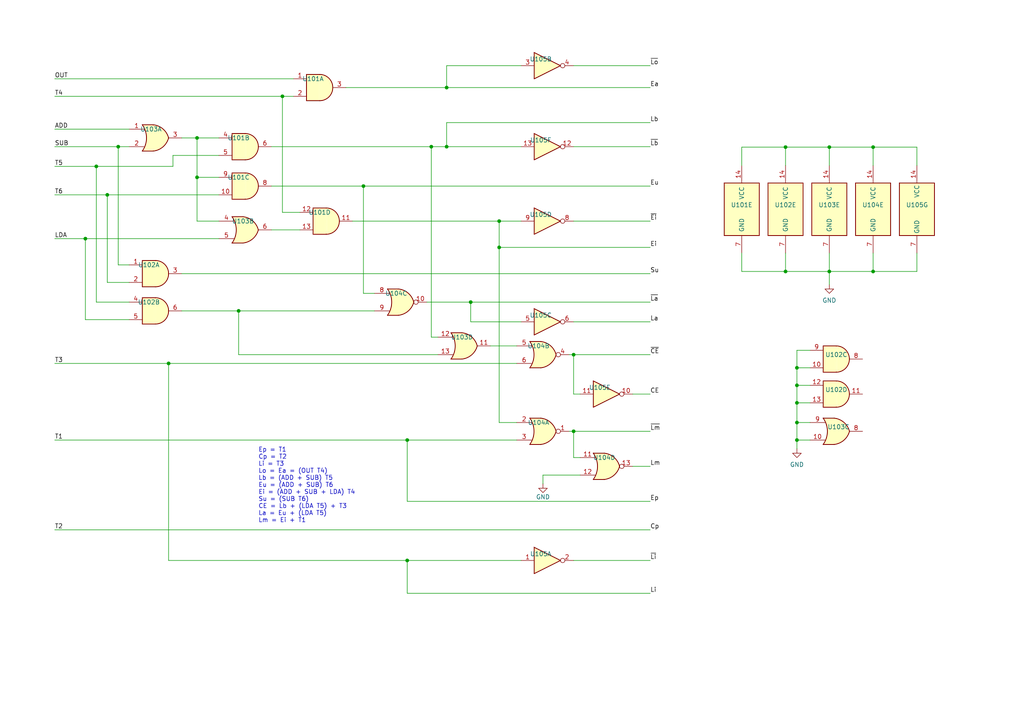
<source format=kicad_sch>
(kicad_sch (version 20211123) (generator eeschema)

  (uuid ca8ae006-0967-471a-8f81-f88277cb9c78)

  (paper "A4")

  (lib_symbols
    (symbol "74xx:74LS02" (pin_names (offset 1.016)) (in_bom yes) (on_board yes)
      (property "Reference" "U" (id 0) (at 0 1.27 0)
        (effects (font (size 1.27 1.27)))
      )
      (property "Value" "74LS02" (id 1) (at 0 -1.27 0)
        (effects (font (size 1.27 1.27)))
      )
      (property "Footprint" "" (id 2) (at 0 0 0)
        (effects (font (size 1.27 1.27)) hide)
      )
      (property "Datasheet" "http://www.ti.com/lit/gpn/sn74ls02" (id 3) (at 0 0 0)
        (effects (font (size 1.27 1.27)) hide)
      )
      (property "ki_locked" "" (id 4) (at 0 0 0)
        (effects (font (size 1.27 1.27)))
      )
      (property "ki_keywords" "TTL Nor2" (id 5) (at 0 0 0)
        (effects (font (size 1.27 1.27)) hide)
      )
      (property "ki_description" "quad 2-input NOR gate" (id 6) (at 0 0 0)
        (effects (font (size 1.27 1.27)) hide)
      )
      (property "ki_fp_filters" "SO14* DIP*W7.62mm*" (id 7) (at 0 0 0)
        (effects (font (size 1.27 1.27)) hide)
      )
      (symbol "74LS02_1_1"
        (arc (start -3.81 -3.81) (mid -2.589 0) (end -3.81 3.81)
          (stroke (width 0.254) (type default) (color 0 0 0 0))
          (fill (type none))
        )
        (arc (start -0.6096 -3.81) (mid 2.1842 -2.5851) (end 3.81 0)
          (stroke (width 0.254) (type default) (color 0 0 0 0))
          (fill (type background))
        )
        (polyline
          (pts
            (xy -3.81 -3.81)
            (xy -0.635 -3.81)
          )
          (stroke (width 0.254) (type default) (color 0 0 0 0))
          (fill (type background))
        )
        (polyline
          (pts
            (xy -3.81 3.81)
            (xy -0.635 3.81)
          )
          (stroke (width 0.254) (type default) (color 0 0 0 0))
          (fill (type background))
        )
        (polyline
          (pts
            (xy -0.635 3.81)
            (xy -3.81 3.81)
            (xy -3.81 3.81)
            (xy -3.556 3.4036)
            (xy -3.0226 2.2606)
            (xy -2.6924 1.0414)
            (xy -2.6162 -0.254)
            (xy -2.7686 -1.4986)
            (xy -3.175 -2.7178)
            (xy -3.81 -3.81)
            (xy -3.81 -3.81)
            (xy -0.635 -3.81)
          )
          (stroke (width -25.4) (type default) (color 0 0 0 0))
          (fill (type background))
        )
        (arc (start 3.81 0) (mid 2.1915 2.5936) (end -0.6096 3.81)
          (stroke (width 0.254) (type default) (color 0 0 0 0))
          (fill (type background))
        )
        (pin output inverted (at 7.62 0 180) (length 3.81)
          (name "~" (effects (font (size 1.27 1.27))))
          (number "1" (effects (font (size 1.27 1.27))))
        )
        (pin input line (at -7.62 2.54 0) (length 4.318)
          (name "~" (effects (font (size 1.27 1.27))))
          (number "2" (effects (font (size 1.27 1.27))))
        )
        (pin input line (at -7.62 -2.54 0) (length 4.318)
          (name "~" (effects (font (size 1.27 1.27))))
          (number "3" (effects (font (size 1.27 1.27))))
        )
      )
      (symbol "74LS02_1_2"
        (arc (start 0 -3.81) (mid 3.81 0) (end 0 3.81)
          (stroke (width 0.254) (type default) (color 0 0 0 0))
          (fill (type background))
        )
        (polyline
          (pts
            (xy 0 3.81)
            (xy -3.81 3.81)
            (xy -3.81 -3.81)
            (xy 0 -3.81)
          )
          (stroke (width 0.254) (type default) (color 0 0 0 0))
          (fill (type background))
        )
        (pin output line (at 7.62 0 180) (length 3.81)
          (name "~" (effects (font (size 1.27 1.27))))
          (number "1" (effects (font (size 1.27 1.27))))
        )
        (pin input inverted (at -7.62 2.54 0) (length 3.81)
          (name "~" (effects (font (size 1.27 1.27))))
          (number "2" (effects (font (size 1.27 1.27))))
        )
        (pin input inverted (at -7.62 -2.54 0) (length 3.81)
          (name "~" (effects (font (size 1.27 1.27))))
          (number "3" (effects (font (size 1.27 1.27))))
        )
      )
      (symbol "74LS02_2_1"
        (arc (start -3.81 -3.81) (mid -2.589 0) (end -3.81 3.81)
          (stroke (width 0.254) (type default) (color 0 0 0 0))
          (fill (type none))
        )
        (arc (start -0.6096 -3.81) (mid 2.1842 -2.5851) (end 3.81 0)
          (stroke (width 0.254) (type default) (color 0 0 0 0))
          (fill (type background))
        )
        (polyline
          (pts
            (xy -3.81 -3.81)
            (xy -0.635 -3.81)
          )
          (stroke (width 0.254) (type default) (color 0 0 0 0))
          (fill (type background))
        )
        (polyline
          (pts
            (xy -3.81 3.81)
            (xy -0.635 3.81)
          )
          (stroke (width 0.254) (type default) (color 0 0 0 0))
          (fill (type background))
        )
        (polyline
          (pts
            (xy -0.635 3.81)
            (xy -3.81 3.81)
            (xy -3.81 3.81)
            (xy -3.556 3.4036)
            (xy -3.0226 2.2606)
            (xy -2.6924 1.0414)
            (xy -2.6162 -0.254)
            (xy -2.7686 -1.4986)
            (xy -3.175 -2.7178)
            (xy -3.81 -3.81)
            (xy -3.81 -3.81)
            (xy -0.635 -3.81)
          )
          (stroke (width -25.4) (type default) (color 0 0 0 0))
          (fill (type background))
        )
        (arc (start 3.81 0) (mid 2.1915 2.5936) (end -0.6096 3.81)
          (stroke (width 0.254) (type default) (color 0 0 0 0))
          (fill (type background))
        )
        (pin output inverted (at 7.62 0 180) (length 3.81)
          (name "~" (effects (font (size 1.27 1.27))))
          (number "4" (effects (font (size 1.27 1.27))))
        )
        (pin input line (at -7.62 2.54 0) (length 4.318)
          (name "~" (effects (font (size 1.27 1.27))))
          (number "5" (effects (font (size 1.27 1.27))))
        )
        (pin input line (at -7.62 -2.54 0) (length 4.318)
          (name "~" (effects (font (size 1.27 1.27))))
          (number "6" (effects (font (size 1.27 1.27))))
        )
      )
      (symbol "74LS02_2_2"
        (arc (start 0 -3.81) (mid 3.81 0) (end 0 3.81)
          (stroke (width 0.254) (type default) (color 0 0 0 0))
          (fill (type background))
        )
        (polyline
          (pts
            (xy 0 3.81)
            (xy -3.81 3.81)
            (xy -3.81 -3.81)
            (xy 0 -3.81)
          )
          (stroke (width 0.254) (type default) (color 0 0 0 0))
          (fill (type background))
        )
        (pin output line (at 7.62 0 180) (length 3.81)
          (name "~" (effects (font (size 1.27 1.27))))
          (number "4" (effects (font (size 1.27 1.27))))
        )
        (pin input inverted (at -7.62 2.54 0) (length 3.81)
          (name "~" (effects (font (size 1.27 1.27))))
          (number "5" (effects (font (size 1.27 1.27))))
        )
        (pin input inverted (at -7.62 -2.54 0) (length 3.81)
          (name "~" (effects (font (size 1.27 1.27))))
          (number "6" (effects (font (size 1.27 1.27))))
        )
      )
      (symbol "74LS02_3_1"
        (arc (start -3.81 -3.81) (mid -2.589 0) (end -3.81 3.81)
          (stroke (width 0.254) (type default) (color 0 0 0 0))
          (fill (type none))
        )
        (arc (start -0.6096 -3.81) (mid 2.1842 -2.5851) (end 3.81 0)
          (stroke (width 0.254) (type default) (color 0 0 0 0))
          (fill (type background))
        )
        (polyline
          (pts
            (xy -3.81 -3.81)
            (xy -0.635 -3.81)
          )
          (stroke (width 0.254) (type default) (color 0 0 0 0))
          (fill (type background))
        )
        (polyline
          (pts
            (xy -3.81 3.81)
            (xy -0.635 3.81)
          )
          (stroke (width 0.254) (type default) (color 0 0 0 0))
          (fill (type background))
        )
        (polyline
          (pts
            (xy -0.635 3.81)
            (xy -3.81 3.81)
            (xy -3.81 3.81)
            (xy -3.556 3.4036)
            (xy -3.0226 2.2606)
            (xy -2.6924 1.0414)
            (xy -2.6162 -0.254)
            (xy -2.7686 -1.4986)
            (xy -3.175 -2.7178)
            (xy -3.81 -3.81)
            (xy -3.81 -3.81)
            (xy -0.635 -3.81)
          )
          (stroke (width -25.4) (type default) (color 0 0 0 0))
          (fill (type background))
        )
        (arc (start 3.81 0) (mid 2.1915 2.5936) (end -0.6096 3.81)
          (stroke (width 0.254) (type default) (color 0 0 0 0))
          (fill (type background))
        )
        (pin output inverted (at 7.62 0 180) (length 3.81)
          (name "~" (effects (font (size 1.27 1.27))))
          (number "10" (effects (font (size 1.27 1.27))))
        )
        (pin input line (at -7.62 2.54 0) (length 4.318)
          (name "~" (effects (font (size 1.27 1.27))))
          (number "8" (effects (font (size 1.27 1.27))))
        )
        (pin input line (at -7.62 -2.54 0) (length 4.318)
          (name "~" (effects (font (size 1.27 1.27))))
          (number "9" (effects (font (size 1.27 1.27))))
        )
      )
      (symbol "74LS02_3_2"
        (arc (start 0 -3.81) (mid 3.81 0) (end 0 3.81)
          (stroke (width 0.254) (type default) (color 0 0 0 0))
          (fill (type background))
        )
        (polyline
          (pts
            (xy 0 3.81)
            (xy -3.81 3.81)
            (xy -3.81 -3.81)
            (xy 0 -3.81)
          )
          (stroke (width 0.254) (type default) (color 0 0 0 0))
          (fill (type background))
        )
        (pin output line (at 7.62 0 180) (length 3.81)
          (name "~" (effects (font (size 1.27 1.27))))
          (number "10" (effects (font (size 1.27 1.27))))
        )
        (pin input inverted (at -7.62 2.54 0) (length 3.81)
          (name "~" (effects (font (size 1.27 1.27))))
          (number "8" (effects (font (size 1.27 1.27))))
        )
        (pin input inverted (at -7.62 -2.54 0) (length 3.81)
          (name "~" (effects (font (size 1.27 1.27))))
          (number "9" (effects (font (size 1.27 1.27))))
        )
      )
      (symbol "74LS02_4_1"
        (arc (start -3.81 -3.81) (mid -2.589 0) (end -3.81 3.81)
          (stroke (width 0.254) (type default) (color 0 0 0 0))
          (fill (type none))
        )
        (arc (start -0.6096 -3.81) (mid 2.1842 -2.5851) (end 3.81 0)
          (stroke (width 0.254) (type default) (color 0 0 0 0))
          (fill (type background))
        )
        (polyline
          (pts
            (xy -3.81 -3.81)
            (xy -0.635 -3.81)
          )
          (stroke (width 0.254) (type default) (color 0 0 0 0))
          (fill (type background))
        )
        (polyline
          (pts
            (xy -3.81 3.81)
            (xy -0.635 3.81)
          )
          (stroke (width 0.254) (type default) (color 0 0 0 0))
          (fill (type background))
        )
        (polyline
          (pts
            (xy -0.635 3.81)
            (xy -3.81 3.81)
            (xy -3.81 3.81)
            (xy -3.556 3.4036)
            (xy -3.0226 2.2606)
            (xy -2.6924 1.0414)
            (xy -2.6162 -0.254)
            (xy -2.7686 -1.4986)
            (xy -3.175 -2.7178)
            (xy -3.81 -3.81)
            (xy -3.81 -3.81)
            (xy -0.635 -3.81)
          )
          (stroke (width -25.4) (type default) (color 0 0 0 0))
          (fill (type background))
        )
        (arc (start 3.81 0) (mid 2.1915 2.5936) (end -0.6096 3.81)
          (stroke (width 0.254) (type default) (color 0 0 0 0))
          (fill (type background))
        )
        (pin input line (at -7.62 2.54 0) (length 4.318)
          (name "~" (effects (font (size 1.27 1.27))))
          (number "11" (effects (font (size 1.27 1.27))))
        )
        (pin input line (at -7.62 -2.54 0) (length 4.318)
          (name "~" (effects (font (size 1.27 1.27))))
          (number "12" (effects (font (size 1.27 1.27))))
        )
        (pin output inverted (at 7.62 0 180) (length 3.81)
          (name "~" (effects (font (size 1.27 1.27))))
          (number "13" (effects (font (size 1.27 1.27))))
        )
      )
      (symbol "74LS02_4_2"
        (arc (start 0 -3.81) (mid 3.81 0) (end 0 3.81)
          (stroke (width 0.254) (type default) (color 0 0 0 0))
          (fill (type background))
        )
        (polyline
          (pts
            (xy 0 3.81)
            (xy -3.81 3.81)
            (xy -3.81 -3.81)
            (xy 0 -3.81)
          )
          (stroke (width 0.254) (type default) (color 0 0 0 0))
          (fill (type background))
        )
        (pin input inverted (at -7.62 2.54 0) (length 3.81)
          (name "~" (effects (font (size 1.27 1.27))))
          (number "11" (effects (font (size 1.27 1.27))))
        )
        (pin input inverted (at -7.62 -2.54 0) (length 3.81)
          (name "~" (effects (font (size 1.27 1.27))))
          (number "12" (effects (font (size 1.27 1.27))))
        )
        (pin output line (at 7.62 0 180) (length 3.81)
          (name "~" (effects (font (size 1.27 1.27))))
          (number "13" (effects (font (size 1.27 1.27))))
        )
      )
      (symbol "74LS02_5_0"
        (pin power_in line (at 0 12.7 270) (length 5.08)
          (name "VCC" (effects (font (size 1.27 1.27))))
          (number "14" (effects (font (size 1.27 1.27))))
        )
        (pin power_in line (at 0 -12.7 90) (length 5.08)
          (name "GND" (effects (font (size 1.27 1.27))))
          (number "7" (effects (font (size 1.27 1.27))))
        )
      )
      (symbol "74LS02_5_1"
        (rectangle (start -5.08 7.62) (end 5.08 -7.62)
          (stroke (width 0.254) (type default) (color 0 0 0 0))
          (fill (type background))
        )
      )
    )
    (symbol "74xx:74LS04" (in_bom yes) (on_board yes)
      (property "Reference" "U" (id 0) (at 0 1.27 0)
        (effects (font (size 1.27 1.27)))
      )
      (property "Value" "74LS04" (id 1) (at 0 -1.27 0)
        (effects (font (size 1.27 1.27)))
      )
      (property "Footprint" "" (id 2) (at 0 0 0)
        (effects (font (size 1.27 1.27)) hide)
      )
      (property "Datasheet" "http://www.ti.com/lit/gpn/sn74LS04" (id 3) (at 0 0 0)
        (effects (font (size 1.27 1.27)) hide)
      )
      (property "ki_locked" "" (id 4) (at 0 0 0)
        (effects (font (size 1.27 1.27)))
      )
      (property "ki_keywords" "TTL not inv" (id 5) (at 0 0 0)
        (effects (font (size 1.27 1.27)) hide)
      )
      (property "ki_description" "Hex Inverter" (id 6) (at 0 0 0)
        (effects (font (size 1.27 1.27)) hide)
      )
      (property "ki_fp_filters" "DIP*W7.62mm* SSOP?14* TSSOP?14*" (id 7) (at 0 0 0)
        (effects (font (size 1.27 1.27)) hide)
      )
      (symbol "74LS04_1_0"
        (polyline
          (pts
            (xy -3.81 3.81)
            (xy -3.81 -3.81)
            (xy 3.81 0)
            (xy -3.81 3.81)
          )
          (stroke (width 0.254) (type default) (color 0 0 0 0))
          (fill (type background))
        )
        (pin input line (at -7.62 0 0) (length 3.81)
          (name "~" (effects (font (size 1.27 1.27))))
          (number "1" (effects (font (size 1.27 1.27))))
        )
        (pin output inverted (at 7.62 0 180) (length 3.81)
          (name "~" (effects (font (size 1.27 1.27))))
          (number "2" (effects (font (size 1.27 1.27))))
        )
      )
      (symbol "74LS04_2_0"
        (polyline
          (pts
            (xy -3.81 3.81)
            (xy -3.81 -3.81)
            (xy 3.81 0)
            (xy -3.81 3.81)
          )
          (stroke (width 0.254) (type default) (color 0 0 0 0))
          (fill (type background))
        )
        (pin input line (at -7.62 0 0) (length 3.81)
          (name "~" (effects (font (size 1.27 1.27))))
          (number "3" (effects (font (size 1.27 1.27))))
        )
        (pin output inverted (at 7.62 0 180) (length 3.81)
          (name "~" (effects (font (size 1.27 1.27))))
          (number "4" (effects (font (size 1.27 1.27))))
        )
      )
      (symbol "74LS04_3_0"
        (polyline
          (pts
            (xy -3.81 3.81)
            (xy -3.81 -3.81)
            (xy 3.81 0)
            (xy -3.81 3.81)
          )
          (stroke (width 0.254) (type default) (color 0 0 0 0))
          (fill (type background))
        )
        (pin input line (at -7.62 0 0) (length 3.81)
          (name "~" (effects (font (size 1.27 1.27))))
          (number "5" (effects (font (size 1.27 1.27))))
        )
        (pin output inverted (at 7.62 0 180) (length 3.81)
          (name "~" (effects (font (size 1.27 1.27))))
          (number "6" (effects (font (size 1.27 1.27))))
        )
      )
      (symbol "74LS04_4_0"
        (polyline
          (pts
            (xy -3.81 3.81)
            (xy -3.81 -3.81)
            (xy 3.81 0)
            (xy -3.81 3.81)
          )
          (stroke (width 0.254) (type default) (color 0 0 0 0))
          (fill (type background))
        )
        (pin output inverted (at 7.62 0 180) (length 3.81)
          (name "~" (effects (font (size 1.27 1.27))))
          (number "8" (effects (font (size 1.27 1.27))))
        )
        (pin input line (at -7.62 0 0) (length 3.81)
          (name "~" (effects (font (size 1.27 1.27))))
          (number "9" (effects (font (size 1.27 1.27))))
        )
      )
      (symbol "74LS04_5_0"
        (polyline
          (pts
            (xy -3.81 3.81)
            (xy -3.81 -3.81)
            (xy 3.81 0)
            (xy -3.81 3.81)
          )
          (stroke (width 0.254) (type default) (color 0 0 0 0))
          (fill (type background))
        )
        (pin output inverted (at 7.62 0 180) (length 3.81)
          (name "~" (effects (font (size 1.27 1.27))))
          (number "10" (effects (font (size 1.27 1.27))))
        )
        (pin input line (at -7.62 0 0) (length 3.81)
          (name "~" (effects (font (size 1.27 1.27))))
          (number "11" (effects (font (size 1.27 1.27))))
        )
      )
      (symbol "74LS04_6_0"
        (polyline
          (pts
            (xy -3.81 3.81)
            (xy -3.81 -3.81)
            (xy 3.81 0)
            (xy -3.81 3.81)
          )
          (stroke (width 0.254) (type default) (color 0 0 0 0))
          (fill (type background))
        )
        (pin output inverted (at 7.62 0 180) (length 3.81)
          (name "~" (effects (font (size 1.27 1.27))))
          (number "12" (effects (font (size 1.27 1.27))))
        )
        (pin input line (at -7.62 0 0) (length 3.81)
          (name "~" (effects (font (size 1.27 1.27))))
          (number "13" (effects (font (size 1.27 1.27))))
        )
      )
      (symbol "74LS04_7_0"
        (pin power_in line (at 0 12.7 270) (length 5.08)
          (name "VCC" (effects (font (size 1.27 1.27))))
          (number "14" (effects (font (size 1.27 1.27))))
        )
        (pin power_in line (at 0 -12.7 90) (length 5.08)
          (name "GND" (effects (font (size 1.27 1.27))))
          (number "7" (effects (font (size 1.27 1.27))))
        )
      )
      (symbol "74LS04_7_1"
        (rectangle (start -5.08 7.62) (end 5.08 -7.62)
          (stroke (width 0.254) (type default) (color 0 0 0 0))
          (fill (type background))
        )
      )
    )
    (symbol "74xx:74LS08" (pin_names (offset 1.016)) (in_bom yes) (on_board yes)
      (property "Reference" "U" (id 0) (at 0 1.27 0)
        (effects (font (size 1.27 1.27)))
      )
      (property "Value" "74LS08" (id 1) (at 0 -1.27 0)
        (effects (font (size 1.27 1.27)))
      )
      (property "Footprint" "" (id 2) (at 0 0 0)
        (effects (font (size 1.27 1.27)) hide)
      )
      (property "Datasheet" "http://www.ti.com/lit/gpn/sn74LS08" (id 3) (at 0 0 0)
        (effects (font (size 1.27 1.27)) hide)
      )
      (property "ki_locked" "" (id 4) (at 0 0 0)
        (effects (font (size 1.27 1.27)))
      )
      (property "ki_keywords" "TTL and2" (id 5) (at 0 0 0)
        (effects (font (size 1.27 1.27)) hide)
      )
      (property "ki_description" "Quad And2" (id 6) (at 0 0 0)
        (effects (font (size 1.27 1.27)) hide)
      )
      (property "ki_fp_filters" "DIP*W7.62mm*" (id 7) (at 0 0 0)
        (effects (font (size 1.27 1.27)) hide)
      )
      (symbol "74LS08_1_1"
        (arc (start 0 -3.81) (mid 3.81 0) (end 0 3.81)
          (stroke (width 0.254) (type default) (color 0 0 0 0))
          (fill (type background))
        )
        (polyline
          (pts
            (xy 0 3.81)
            (xy -3.81 3.81)
            (xy -3.81 -3.81)
            (xy 0 -3.81)
          )
          (stroke (width 0.254) (type default) (color 0 0 0 0))
          (fill (type background))
        )
        (pin input line (at -7.62 2.54 0) (length 3.81)
          (name "~" (effects (font (size 1.27 1.27))))
          (number "1" (effects (font (size 1.27 1.27))))
        )
        (pin input line (at -7.62 -2.54 0) (length 3.81)
          (name "~" (effects (font (size 1.27 1.27))))
          (number "2" (effects (font (size 1.27 1.27))))
        )
        (pin output line (at 7.62 0 180) (length 3.81)
          (name "~" (effects (font (size 1.27 1.27))))
          (number "3" (effects (font (size 1.27 1.27))))
        )
      )
      (symbol "74LS08_1_2"
        (arc (start -3.81 -3.81) (mid -2.589 0) (end -3.81 3.81)
          (stroke (width 0.254) (type default) (color 0 0 0 0))
          (fill (type none))
        )
        (arc (start -0.6096 -3.81) (mid 2.1842 -2.5851) (end 3.81 0)
          (stroke (width 0.254) (type default) (color 0 0 0 0))
          (fill (type background))
        )
        (polyline
          (pts
            (xy -3.81 -3.81)
            (xy -0.635 -3.81)
          )
          (stroke (width 0.254) (type default) (color 0 0 0 0))
          (fill (type background))
        )
        (polyline
          (pts
            (xy -3.81 3.81)
            (xy -0.635 3.81)
          )
          (stroke (width 0.254) (type default) (color 0 0 0 0))
          (fill (type background))
        )
        (polyline
          (pts
            (xy -0.635 3.81)
            (xy -3.81 3.81)
            (xy -3.81 3.81)
            (xy -3.556 3.4036)
            (xy -3.0226 2.2606)
            (xy -2.6924 1.0414)
            (xy -2.6162 -0.254)
            (xy -2.7686 -1.4986)
            (xy -3.175 -2.7178)
            (xy -3.81 -3.81)
            (xy -3.81 -3.81)
            (xy -0.635 -3.81)
          )
          (stroke (width -25.4) (type default) (color 0 0 0 0))
          (fill (type background))
        )
        (arc (start 3.81 0) (mid 2.1915 2.5936) (end -0.6096 3.81)
          (stroke (width 0.254) (type default) (color 0 0 0 0))
          (fill (type background))
        )
        (pin input inverted (at -7.62 2.54 0) (length 4.318)
          (name "~" (effects (font (size 1.27 1.27))))
          (number "1" (effects (font (size 1.27 1.27))))
        )
        (pin input inverted (at -7.62 -2.54 0) (length 4.318)
          (name "~" (effects (font (size 1.27 1.27))))
          (number "2" (effects (font (size 1.27 1.27))))
        )
        (pin output inverted (at 7.62 0 180) (length 3.81)
          (name "~" (effects (font (size 1.27 1.27))))
          (number "3" (effects (font (size 1.27 1.27))))
        )
      )
      (symbol "74LS08_2_1"
        (arc (start 0 -3.81) (mid 3.81 0) (end 0 3.81)
          (stroke (width 0.254) (type default) (color 0 0 0 0))
          (fill (type background))
        )
        (polyline
          (pts
            (xy 0 3.81)
            (xy -3.81 3.81)
            (xy -3.81 -3.81)
            (xy 0 -3.81)
          )
          (stroke (width 0.254) (type default) (color 0 0 0 0))
          (fill (type background))
        )
        (pin input line (at -7.62 2.54 0) (length 3.81)
          (name "~" (effects (font (size 1.27 1.27))))
          (number "4" (effects (font (size 1.27 1.27))))
        )
        (pin input line (at -7.62 -2.54 0) (length 3.81)
          (name "~" (effects (font (size 1.27 1.27))))
          (number "5" (effects (font (size 1.27 1.27))))
        )
        (pin output line (at 7.62 0 180) (length 3.81)
          (name "~" (effects (font (size 1.27 1.27))))
          (number "6" (effects (font (size 1.27 1.27))))
        )
      )
      (symbol "74LS08_2_2"
        (arc (start -3.81 -3.81) (mid -2.589 0) (end -3.81 3.81)
          (stroke (width 0.254) (type default) (color 0 0 0 0))
          (fill (type none))
        )
        (arc (start -0.6096 -3.81) (mid 2.1842 -2.5851) (end 3.81 0)
          (stroke (width 0.254) (type default) (color 0 0 0 0))
          (fill (type background))
        )
        (polyline
          (pts
            (xy -3.81 -3.81)
            (xy -0.635 -3.81)
          )
          (stroke (width 0.254) (type default) (color 0 0 0 0))
          (fill (type background))
        )
        (polyline
          (pts
            (xy -3.81 3.81)
            (xy -0.635 3.81)
          )
          (stroke (width 0.254) (type default) (color 0 0 0 0))
          (fill (type background))
        )
        (polyline
          (pts
            (xy -0.635 3.81)
            (xy -3.81 3.81)
            (xy -3.81 3.81)
            (xy -3.556 3.4036)
            (xy -3.0226 2.2606)
            (xy -2.6924 1.0414)
            (xy -2.6162 -0.254)
            (xy -2.7686 -1.4986)
            (xy -3.175 -2.7178)
            (xy -3.81 -3.81)
            (xy -3.81 -3.81)
            (xy -0.635 -3.81)
          )
          (stroke (width -25.4) (type default) (color 0 0 0 0))
          (fill (type background))
        )
        (arc (start 3.81 0) (mid 2.1915 2.5936) (end -0.6096 3.81)
          (stroke (width 0.254) (type default) (color 0 0 0 0))
          (fill (type background))
        )
        (pin input inverted (at -7.62 2.54 0) (length 4.318)
          (name "~" (effects (font (size 1.27 1.27))))
          (number "4" (effects (font (size 1.27 1.27))))
        )
        (pin input inverted (at -7.62 -2.54 0) (length 4.318)
          (name "~" (effects (font (size 1.27 1.27))))
          (number "5" (effects (font (size 1.27 1.27))))
        )
        (pin output inverted (at 7.62 0 180) (length 3.81)
          (name "~" (effects (font (size 1.27 1.27))))
          (number "6" (effects (font (size 1.27 1.27))))
        )
      )
      (symbol "74LS08_3_1"
        (arc (start 0 -3.81) (mid 3.81 0) (end 0 3.81)
          (stroke (width 0.254) (type default) (color 0 0 0 0))
          (fill (type background))
        )
        (polyline
          (pts
            (xy 0 3.81)
            (xy -3.81 3.81)
            (xy -3.81 -3.81)
            (xy 0 -3.81)
          )
          (stroke (width 0.254) (type default) (color 0 0 0 0))
          (fill (type background))
        )
        (pin input line (at -7.62 -2.54 0) (length 3.81)
          (name "~" (effects (font (size 1.27 1.27))))
          (number "10" (effects (font (size 1.27 1.27))))
        )
        (pin output line (at 7.62 0 180) (length 3.81)
          (name "~" (effects (font (size 1.27 1.27))))
          (number "8" (effects (font (size 1.27 1.27))))
        )
        (pin input line (at -7.62 2.54 0) (length 3.81)
          (name "~" (effects (font (size 1.27 1.27))))
          (number "9" (effects (font (size 1.27 1.27))))
        )
      )
      (symbol "74LS08_3_2"
        (arc (start -3.81 -3.81) (mid -2.589 0) (end -3.81 3.81)
          (stroke (width 0.254) (type default) (color 0 0 0 0))
          (fill (type none))
        )
        (arc (start -0.6096 -3.81) (mid 2.1842 -2.5851) (end 3.81 0)
          (stroke (width 0.254) (type default) (color 0 0 0 0))
          (fill (type background))
        )
        (polyline
          (pts
            (xy -3.81 -3.81)
            (xy -0.635 -3.81)
          )
          (stroke (width 0.254) (type default) (color 0 0 0 0))
          (fill (type background))
        )
        (polyline
          (pts
            (xy -3.81 3.81)
            (xy -0.635 3.81)
          )
          (stroke (width 0.254) (type default) (color 0 0 0 0))
          (fill (type background))
        )
        (polyline
          (pts
            (xy -0.635 3.81)
            (xy -3.81 3.81)
            (xy -3.81 3.81)
            (xy -3.556 3.4036)
            (xy -3.0226 2.2606)
            (xy -2.6924 1.0414)
            (xy -2.6162 -0.254)
            (xy -2.7686 -1.4986)
            (xy -3.175 -2.7178)
            (xy -3.81 -3.81)
            (xy -3.81 -3.81)
            (xy -0.635 -3.81)
          )
          (stroke (width -25.4) (type default) (color 0 0 0 0))
          (fill (type background))
        )
        (arc (start 3.81 0) (mid 2.1915 2.5936) (end -0.6096 3.81)
          (stroke (width 0.254) (type default) (color 0 0 0 0))
          (fill (type background))
        )
        (pin input inverted (at -7.62 -2.54 0) (length 4.318)
          (name "~" (effects (font (size 1.27 1.27))))
          (number "10" (effects (font (size 1.27 1.27))))
        )
        (pin output inverted (at 7.62 0 180) (length 3.81)
          (name "~" (effects (font (size 1.27 1.27))))
          (number "8" (effects (font (size 1.27 1.27))))
        )
        (pin input inverted (at -7.62 2.54 0) (length 4.318)
          (name "~" (effects (font (size 1.27 1.27))))
          (number "9" (effects (font (size 1.27 1.27))))
        )
      )
      (symbol "74LS08_4_1"
        (arc (start 0 -3.81) (mid 3.81 0) (end 0 3.81)
          (stroke (width 0.254) (type default) (color 0 0 0 0))
          (fill (type background))
        )
        (polyline
          (pts
            (xy 0 3.81)
            (xy -3.81 3.81)
            (xy -3.81 -3.81)
            (xy 0 -3.81)
          )
          (stroke (width 0.254) (type default) (color 0 0 0 0))
          (fill (type background))
        )
        (pin output line (at 7.62 0 180) (length 3.81)
          (name "~" (effects (font (size 1.27 1.27))))
          (number "11" (effects (font (size 1.27 1.27))))
        )
        (pin input line (at -7.62 2.54 0) (length 3.81)
          (name "~" (effects (font (size 1.27 1.27))))
          (number "12" (effects (font (size 1.27 1.27))))
        )
        (pin input line (at -7.62 -2.54 0) (length 3.81)
          (name "~" (effects (font (size 1.27 1.27))))
          (number "13" (effects (font (size 1.27 1.27))))
        )
      )
      (symbol "74LS08_4_2"
        (arc (start -3.81 -3.81) (mid -2.589 0) (end -3.81 3.81)
          (stroke (width 0.254) (type default) (color 0 0 0 0))
          (fill (type none))
        )
        (arc (start -0.6096 -3.81) (mid 2.1842 -2.5851) (end 3.81 0)
          (stroke (width 0.254) (type default) (color 0 0 0 0))
          (fill (type background))
        )
        (polyline
          (pts
            (xy -3.81 -3.81)
            (xy -0.635 -3.81)
          )
          (stroke (width 0.254) (type default) (color 0 0 0 0))
          (fill (type background))
        )
        (polyline
          (pts
            (xy -3.81 3.81)
            (xy -0.635 3.81)
          )
          (stroke (width 0.254) (type default) (color 0 0 0 0))
          (fill (type background))
        )
        (polyline
          (pts
            (xy -0.635 3.81)
            (xy -3.81 3.81)
            (xy -3.81 3.81)
            (xy -3.556 3.4036)
            (xy -3.0226 2.2606)
            (xy -2.6924 1.0414)
            (xy -2.6162 -0.254)
            (xy -2.7686 -1.4986)
            (xy -3.175 -2.7178)
            (xy -3.81 -3.81)
            (xy -3.81 -3.81)
            (xy -0.635 -3.81)
          )
          (stroke (width -25.4) (type default) (color 0 0 0 0))
          (fill (type background))
        )
        (arc (start 3.81 0) (mid 2.1915 2.5936) (end -0.6096 3.81)
          (stroke (width 0.254) (type default) (color 0 0 0 0))
          (fill (type background))
        )
        (pin output inverted (at 7.62 0 180) (length 3.81)
          (name "~" (effects (font (size 1.27 1.27))))
          (number "11" (effects (font (size 1.27 1.27))))
        )
        (pin input inverted (at -7.62 2.54 0) (length 4.318)
          (name "~" (effects (font (size 1.27 1.27))))
          (number "12" (effects (font (size 1.27 1.27))))
        )
        (pin input inverted (at -7.62 -2.54 0) (length 4.318)
          (name "~" (effects (font (size 1.27 1.27))))
          (number "13" (effects (font (size 1.27 1.27))))
        )
      )
      (symbol "74LS08_5_0"
        (pin power_in line (at 0 12.7 270) (length 5.08)
          (name "VCC" (effects (font (size 1.27 1.27))))
          (number "14" (effects (font (size 1.27 1.27))))
        )
        (pin power_in line (at 0 -12.7 90) (length 5.08)
          (name "GND" (effects (font (size 1.27 1.27))))
          (number "7" (effects (font (size 1.27 1.27))))
        )
      )
      (symbol "74LS08_5_1"
        (rectangle (start -5.08 7.62) (end 5.08 -7.62)
          (stroke (width 0.254) (type default) (color 0 0 0 0))
          (fill (type background))
        )
      )
    )
    (symbol "74xx:74LS32" (pin_names (offset 1.016)) (in_bom yes) (on_board yes)
      (property "Reference" "U" (id 0) (at 0 1.27 0)
        (effects (font (size 1.27 1.27)))
      )
      (property "Value" "74LS32" (id 1) (at 0 -1.27 0)
        (effects (font (size 1.27 1.27)))
      )
      (property "Footprint" "" (id 2) (at 0 0 0)
        (effects (font (size 1.27 1.27)) hide)
      )
      (property "Datasheet" "http://www.ti.com/lit/gpn/sn74LS32" (id 3) (at 0 0 0)
        (effects (font (size 1.27 1.27)) hide)
      )
      (property "ki_locked" "" (id 4) (at 0 0 0)
        (effects (font (size 1.27 1.27)))
      )
      (property "ki_keywords" "TTL Or2" (id 5) (at 0 0 0)
        (effects (font (size 1.27 1.27)) hide)
      )
      (property "ki_description" "Quad 2-input OR" (id 6) (at 0 0 0)
        (effects (font (size 1.27 1.27)) hide)
      )
      (property "ki_fp_filters" "DIP?14*" (id 7) (at 0 0 0)
        (effects (font (size 1.27 1.27)) hide)
      )
      (symbol "74LS32_1_1"
        (arc (start -3.81 -3.81) (mid -2.589 0) (end -3.81 3.81)
          (stroke (width 0.254) (type default) (color 0 0 0 0))
          (fill (type none))
        )
        (arc (start -0.6096 -3.81) (mid 2.1842 -2.5851) (end 3.81 0)
          (stroke (width 0.254) (type default) (color 0 0 0 0))
          (fill (type background))
        )
        (polyline
          (pts
            (xy -3.81 -3.81)
            (xy -0.635 -3.81)
          )
          (stroke (width 0.254) (type default) (color 0 0 0 0))
          (fill (type background))
        )
        (polyline
          (pts
            (xy -3.81 3.81)
            (xy -0.635 3.81)
          )
          (stroke (width 0.254) (type default) (color 0 0 0 0))
          (fill (type background))
        )
        (polyline
          (pts
            (xy -0.635 3.81)
            (xy -3.81 3.81)
            (xy -3.81 3.81)
            (xy -3.556 3.4036)
            (xy -3.0226 2.2606)
            (xy -2.6924 1.0414)
            (xy -2.6162 -0.254)
            (xy -2.7686 -1.4986)
            (xy -3.175 -2.7178)
            (xy -3.81 -3.81)
            (xy -3.81 -3.81)
            (xy -0.635 -3.81)
          )
          (stroke (width -25.4) (type default) (color 0 0 0 0))
          (fill (type background))
        )
        (arc (start 3.81 0) (mid 2.1915 2.5936) (end -0.6096 3.81)
          (stroke (width 0.254) (type default) (color 0 0 0 0))
          (fill (type background))
        )
        (pin input line (at -7.62 2.54 0) (length 4.318)
          (name "~" (effects (font (size 1.27 1.27))))
          (number "1" (effects (font (size 1.27 1.27))))
        )
        (pin input line (at -7.62 -2.54 0) (length 4.318)
          (name "~" (effects (font (size 1.27 1.27))))
          (number "2" (effects (font (size 1.27 1.27))))
        )
        (pin output line (at 7.62 0 180) (length 3.81)
          (name "~" (effects (font (size 1.27 1.27))))
          (number "3" (effects (font (size 1.27 1.27))))
        )
      )
      (symbol "74LS32_1_2"
        (arc (start 0 -3.81) (mid 3.81 0) (end 0 3.81)
          (stroke (width 0.254) (type default) (color 0 0 0 0))
          (fill (type background))
        )
        (polyline
          (pts
            (xy 0 3.81)
            (xy -3.81 3.81)
            (xy -3.81 -3.81)
            (xy 0 -3.81)
          )
          (stroke (width 0.254) (type default) (color 0 0 0 0))
          (fill (type background))
        )
        (pin input inverted (at -7.62 2.54 0) (length 3.81)
          (name "~" (effects (font (size 1.27 1.27))))
          (number "1" (effects (font (size 1.27 1.27))))
        )
        (pin input inverted (at -7.62 -2.54 0) (length 3.81)
          (name "~" (effects (font (size 1.27 1.27))))
          (number "2" (effects (font (size 1.27 1.27))))
        )
        (pin output inverted (at 7.62 0 180) (length 3.81)
          (name "~" (effects (font (size 1.27 1.27))))
          (number "3" (effects (font (size 1.27 1.27))))
        )
      )
      (symbol "74LS32_2_1"
        (arc (start -3.81 -3.81) (mid -2.589 0) (end -3.81 3.81)
          (stroke (width 0.254) (type default) (color 0 0 0 0))
          (fill (type none))
        )
        (arc (start -0.6096 -3.81) (mid 2.1842 -2.5851) (end 3.81 0)
          (stroke (width 0.254) (type default) (color 0 0 0 0))
          (fill (type background))
        )
        (polyline
          (pts
            (xy -3.81 -3.81)
            (xy -0.635 -3.81)
          )
          (stroke (width 0.254) (type default) (color 0 0 0 0))
          (fill (type background))
        )
        (polyline
          (pts
            (xy -3.81 3.81)
            (xy -0.635 3.81)
          )
          (stroke (width 0.254) (type default) (color 0 0 0 0))
          (fill (type background))
        )
        (polyline
          (pts
            (xy -0.635 3.81)
            (xy -3.81 3.81)
            (xy -3.81 3.81)
            (xy -3.556 3.4036)
            (xy -3.0226 2.2606)
            (xy -2.6924 1.0414)
            (xy -2.6162 -0.254)
            (xy -2.7686 -1.4986)
            (xy -3.175 -2.7178)
            (xy -3.81 -3.81)
            (xy -3.81 -3.81)
            (xy -0.635 -3.81)
          )
          (stroke (width -25.4) (type default) (color 0 0 0 0))
          (fill (type background))
        )
        (arc (start 3.81 0) (mid 2.1915 2.5936) (end -0.6096 3.81)
          (stroke (width 0.254) (type default) (color 0 0 0 0))
          (fill (type background))
        )
        (pin input line (at -7.62 2.54 0) (length 4.318)
          (name "~" (effects (font (size 1.27 1.27))))
          (number "4" (effects (font (size 1.27 1.27))))
        )
        (pin input line (at -7.62 -2.54 0) (length 4.318)
          (name "~" (effects (font (size 1.27 1.27))))
          (number "5" (effects (font (size 1.27 1.27))))
        )
        (pin output line (at 7.62 0 180) (length 3.81)
          (name "~" (effects (font (size 1.27 1.27))))
          (number "6" (effects (font (size 1.27 1.27))))
        )
      )
      (symbol "74LS32_2_2"
        (arc (start 0 -3.81) (mid 3.81 0) (end 0 3.81)
          (stroke (width 0.254) (type default) (color 0 0 0 0))
          (fill (type background))
        )
        (polyline
          (pts
            (xy 0 3.81)
            (xy -3.81 3.81)
            (xy -3.81 -3.81)
            (xy 0 -3.81)
          )
          (stroke (width 0.254) (type default) (color 0 0 0 0))
          (fill (type background))
        )
        (pin input inverted (at -7.62 2.54 0) (length 3.81)
          (name "~" (effects (font (size 1.27 1.27))))
          (number "4" (effects (font (size 1.27 1.27))))
        )
        (pin input inverted (at -7.62 -2.54 0) (length 3.81)
          (name "~" (effects (font (size 1.27 1.27))))
          (number "5" (effects (font (size 1.27 1.27))))
        )
        (pin output inverted (at 7.62 0 180) (length 3.81)
          (name "~" (effects (font (size 1.27 1.27))))
          (number "6" (effects (font (size 1.27 1.27))))
        )
      )
      (symbol "74LS32_3_1"
        (arc (start -3.81 -3.81) (mid -2.589 0) (end -3.81 3.81)
          (stroke (width 0.254) (type default) (color 0 0 0 0))
          (fill (type none))
        )
        (arc (start -0.6096 -3.81) (mid 2.1842 -2.5851) (end 3.81 0)
          (stroke (width 0.254) (type default) (color 0 0 0 0))
          (fill (type background))
        )
        (polyline
          (pts
            (xy -3.81 -3.81)
            (xy -0.635 -3.81)
          )
          (stroke (width 0.254) (type default) (color 0 0 0 0))
          (fill (type background))
        )
        (polyline
          (pts
            (xy -3.81 3.81)
            (xy -0.635 3.81)
          )
          (stroke (width 0.254) (type default) (color 0 0 0 0))
          (fill (type background))
        )
        (polyline
          (pts
            (xy -0.635 3.81)
            (xy -3.81 3.81)
            (xy -3.81 3.81)
            (xy -3.556 3.4036)
            (xy -3.0226 2.2606)
            (xy -2.6924 1.0414)
            (xy -2.6162 -0.254)
            (xy -2.7686 -1.4986)
            (xy -3.175 -2.7178)
            (xy -3.81 -3.81)
            (xy -3.81 -3.81)
            (xy -0.635 -3.81)
          )
          (stroke (width -25.4) (type default) (color 0 0 0 0))
          (fill (type background))
        )
        (arc (start 3.81 0) (mid 2.1915 2.5936) (end -0.6096 3.81)
          (stroke (width 0.254) (type default) (color 0 0 0 0))
          (fill (type background))
        )
        (pin input line (at -7.62 -2.54 0) (length 4.318)
          (name "~" (effects (font (size 1.27 1.27))))
          (number "10" (effects (font (size 1.27 1.27))))
        )
        (pin output line (at 7.62 0 180) (length 3.81)
          (name "~" (effects (font (size 1.27 1.27))))
          (number "8" (effects (font (size 1.27 1.27))))
        )
        (pin input line (at -7.62 2.54 0) (length 4.318)
          (name "~" (effects (font (size 1.27 1.27))))
          (number "9" (effects (font (size 1.27 1.27))))
        )
      )
      (symbol "74LS32_3_2"
        (arc (start 0 -3.81) (mid 3.81 0) (end 0 3.81)
          (stroke (width 0.254) (type default) (color 0 0 0 0))
          (fill (type background))
        )
        (polyline
          (pts
            (xy 0 3.81)
            (xy -3.81 3.81)
            (xy -3.81 -3.81)
            (xy 0 -3.81)
          )
          (stroke (width 0.254) (type default) (color 0 0 0 0))
          (fill (type background))
        )
        (pin input inverted (at -7.62 -2.54 0) (length 3.81)
          (name "~" (effects (font (size 1.27 1.27))))
          (number "10" (effects (font (size 1.27 1.27))))
        )
        (pin output inverted (at 7.62 0 180) (length 3.81)
          (name "~" (effects (font (size 1.27 1.27))))
          (number "8" (effects (font (size 1.27 1.27))))
        )
        (pin input inverted (at -7.62 2.54 0) (length 3.81)
          (name "~" (effects (font (size 1.27 1.27))))
          (number "9" (effects (font (size 1.27 1.27))))
        )
      )
      (symbol "74LS32_4_1"
        (arc (start -3.81 -3.81) (mid -2.589 0) (end -3.81 3.81)
          (stroke (width 0.254) (type default) (color 0 0 0 0))
          (fill (type none))
        )
        (arc (start -0.6096 -3.81) (mid 2.1842 -2.5851) (end 3.81 0)
          (stroke (width 0.254) (type default) (color 0 0 0 0))
          (fill (type background))
        )
        (polyline
          (pts
            (xy -3.81 -3.81)
            (xy -0.635 -3.81)
          )
          (stroke (width 0.254) (type default) (color 0 0 0 0))
          (fill (type background))
        )
        (polyline
          (pts
            (xy -3.81 3.81)
            (xy -0.635 3.81)
          )
          (stroke (width 0.254) (type default) (color 0 0 0 0))
          (fill (type background))
        )
        (polyline
          (pts
            (xy -0.635 3.81)
            (xy -3.81 3.81)
            (xy -3.81 3.81)
            (xy -3.556 3.4036)
            (xy -3.0226 2.2606)
            (xy -2.6924 1.0414)
            (xy -2.6162 -0.254)
            (xy -2.7686 -1.4986)
            (xy -3.175 -2.7178)
            (xy -3.81 -3.81)
            (xy -3.81 -3.81)
            (xy -0.635 -3.81)
          )
          (stroke (width -25.4) (type default) (color 0 0 0 0))
          (fill (type background))
        )
        (arc (start 3.81 0) (mid 2.1915 2.5936) (end -0.6096 3.81)
          (stroke (width 0.254) (type default) (color 0 0 0 0))
          (fill (type background))
        )
        (pin output line (at 7.62 0 180) (length 3.81)
          (name "~" (effects (font (size 1.27 1.27))))
          (number "11" (effects (font (size 1.27 1.27))))
        )
        (pin input line (at -7.62 2.54 0) (length 4.318)
          (name "~" (effects (font (size 1.27 1.27))))
          (number "12" (effects (font (size 1.27 1.27))))
        )
        (pin input line (at -7.62 -2.54 0) (length 4.318)
          (name "~" (effects (font (size 1.27 1.27))))
          (number "13" (effects (font (size 1.27 1.27))))
        )
      )
      (symbol "74LS32_4_2"
        (arc (start 0 -3.81) (mid 3.81 0) (end 0 3.81)
          (stroke (width 0.254) (type default) (color 0 0 0 0))
          (fill (type background))
        )
        (polyline
          (pts
            (xy 0 3.81)
            (xy -3.81 3.81)
            (xy -3.81 -3.81)
            (xy 0 -3.81)
          )
          (stroke (width 0.254) (type default) (color 0 0 0 0))
          (fill (type background))
        )
        (pin output inverted (at 7.62 0 180) (length 3.81)
          (name "~" (effects (font (size 1.27 1.27))))
          (number "11" (effects (font (size 1.27 1.27))))
        )
        (pin input inverted (at -7.62 2.54 0) (length 3.81)
          (name "~" (effects (font (size 1.27 1.27))))
          (number "12" (effects (font (size 1.27 1.27))))
        )
        (pin input inverted (at -7.62 -2.54 0) (length 3.81)
          (name "~" (effects (font (size 1.27 1.27))))
          (number "13" (effects (font (size 1.27 1.27))))
        )
      )
      (symbol "74LS32_5_0"
        (pin power_in line (at 0 12.7 270) (length 5.08)
          (name "VCC" (effects (font (size 1.27 1.27))))
          (number "14" (effects (font (size 1.27 1.27))))
        )
        (pin power_in line (at 0 -12.7 90) (length 5.08)
          (name "GND" (effects (font (size 1.27 1.27))))
          (number "7" (effects (font (size 1.27 1.27))))
        )
      )
      (symbol "74LS32_5_1"
        (rectangle (start -5.08 7.62) (end 5.08 -7.62)
          (stroke (width 0.254) (type default) (color 0 0 0 0))
          (fill (type background))
        )
      )
    )
    (symbol "power:GND" (power) (pin_names (offset 0)) (in_bom yes) (on_board yes)
      (property "Reference" "#PWR" (id 0) (at 0 -6.35 0)
        (effects (font (size 1.27 1.27)) hide)
      )
      (property "Value" "GND" (id 1) (at 0 -3.81 0)
        (effects (font (size 1.27 1.27)))
      )
      (property "Footprint" "" (id 2) (at 0 0 0)
        (effects (font (size 1.27 1.27)) hide)
      )
      (property "Datasheet" "" (id 3) (at 0 0 0)
        (effects (font (size 1.27 1.27)) hide)
      )
      (property "ki_keywords" "power-flag" (id 4) (at 0 0 0)
        (effects (font (size 1.27 1.27)) hide)
      )
      (property "ki_description" "Power symbol creates a global label with name \"GND\" , ground" (id 5) (at 0 0 0)
        (effects (font (size 1.27 1.27)) hide)
      )
      (symbol "GND_0_1"
        (polyline
          (pts
            (xy 0 0)
            (xy 0 -1.27)
            (xy 1.27 -1.27)
            (xy 0 -2.54)
            (xy -1.27 -1.27)
            (xy 0 -1.27)
          )
          (stroke (width 0) (type default) (color 0 0 0 0))
          (fill (type none))
        )
      )
      (symbol "GND_1_1"
        (pin power_in line (at 0 0 270) (length 0) hide
          (name "GND" (effects (font (size 1.27 1.27))))
          (number "1" (effects (font (size 1.27 1.27))))
        )
      )
    )
  )

  (junction (at 144.78 71.755) (diameter 0) (color 0 0 0 0)
    (uuid 020e47b3-5fa8-4c9e-8d47-b08c380f842a)
  )
  (junction (at 231.14 106.68) (diameter 0) (color 0 0 0 0)
    (uuid 03e60c8d-a6db-4653-b783-7fcbcea5f4ba)
  )
  (junction (at 24.765 69.215) (diameter 0) (color 0 0 0 0)
    (uuid 05b8e19d-4630-413c-8b67-c9af290ff2fd)
  )
  (junction (at 253.238 78.74) (diameter 0) (color 0 0 0 0)
    (uuid 19407aba-f44a-48f5-8d0f-8caba0d2779f)
  )
  (junction (at 27.94 48.26) (diameter 0) (color 0 0 0 0)
    (uuid 2c1e2a7b-acf6-42dc-b687-59d9ac6ef043)
  )
  (junction (at 81.915 27.94) (diameter 0) (color 0 0 0 0)
    (uuid 2f2bfa9a-71ef-4fb1-a8d6-798bce63b996)
  )
  (junction (at 240.538 78.74) (diameter 0) (color 0 0 0 0)
    (uuid 35d06ec6-4da1-4506-8fa0-415773ce7239)
  )
  (junction (at 34.29 42.545) (diameter 0) (color 0 0 0 0)
    (uuid 40b13c4f-771a-464e-8e7a-bb6dd482dade)
  )
  (junction (at 253.238 42.672) (diameter 0) (color 0 0 0 0)
    (uuid 4534e963-9c1b-4e1c-9938-9677110e7ecc)
  )
  (junction (at 227.838 42.672) (diameter 0) (color 0 0 0 0)
    (uuid 4b46d131-cab8-488e-b69b-10d8a7945669)
  )
  (junction (at 136.525 87.63) (diameter 0) (color 0 0 0 0)
    (uuid 52f04f0b-5e53-451f-8b35-713b27f08456)
  )
  (junction (at 57.15 40.005) (diameter 0) (color 0 0 0 0)
    (uuid 62c69a77-aabd-4eaf-a56d-29188a8ccea5)
  )
  (junction (at 144.78 64.135) (diameter 0) (color 0 0 0 0)
    (uuid 6a5084df-a513-4757-9cdc-346909e71641)
  )
  (junction (at 118.11 127.635) (diameter 0) (color 0 0 0 0)
    (uuid 6acc11eb-85fb-4a03-9e49-a17c6a89f570)
  )
  (junction (at 105.41 53.975) (diameter 0) (color 0 0 0 0)
    (uuid 7443434c-3962-4c9b-8717-726023965be6)
  )
  (junction (at 69.215 90.17) (diameter 0) (color 0 0 0 0)
    (uuid 7c0e8508-1453-4941-8788-b0467493f170)
  )
  (junction (at 240.538 42.672) (diameter 0) (color 0 0 0 0)
    (uuid 82fc66dc-611e-40a5-afa5-d642f8f9619d)
  )
  (junction (at 231.14 122.555) (diameter 0) (color 0 0 0 0)
    (uuid 9c0aacc4-2e93-46d3-9734-dd71a381dd5c)
  )
  (junction (at 231.14 127.635) (diameter 0) (color 0 0 0 0)
    (uuid a0544d65-b421-4bb0-9912-011969fec50c)
  )
  (junction (at 129.54 25.4) (diameter 0) (color 0 0 0 0)
    (uuid a29dd3ea-2e28-416d-a0d0-bc93cbe63b10)
  )
  (junction (at 31.115 56.515) (diameter 0) (color 0 0 0 0)
    (uuid a75bb97f-421d-4a2a-98fc-73c3344d7344)
  )
  (junction (at 231.14 111.76) (diameter 0) (color 0 0 0 0)
    (uuid b11bf681-d785-4668-939f-e7ab3c45e389)
  )
  (junction (at 227.838 78.74) (diameter 0) (color 0 0 0 0)
    (uuid b17c0d8a-a699-4ca1-b684-25b4976982e6)
  )
  (junction (at 125.095 42.545) (diameter 0) (color 0 0 0 0)
    (uuid bbec7cb8-b86e-494f-9861-3a2964abe31f)
  )
  (junction (at 48.895 105.41) (diameter 0) (color 0 0 0 0)
    (uuid bea8b4dc-a39d-466d-ac4f-620e600849b7)
  )
  (junction (at 166.37 125.095) (diameter 0) (color 0 0 0 0)
    (uuid c9fd573c-2bb4-440d-947f-3e056799933a)
  )
  (junction (at 118.11 162.56) (diameter 0) (color 0 0 0 0)
    (uuid d2962533-be69-4393-911e-c8bebf108689)
  )
  (junction (at 57.15 51.435) (diameter 0) (color 0 0 0 0)
    (uuid dbba436c-54fa-4be8-ad20-a01189c4fb0e)
  )
  (junction (at 129.54 42.545) (diameter 0) (color 0 0 0 0)
    (uuid e3cebd53-7c28-4201-bd3b-80c47397b634)
  )
  (junction (at 166.37 102.87) (diameter 0) (color 0 0 0 0)
    (uuid fbbf8174-91eb-4797-abc0-f3201f9187bc)
  )
  (junction (at 231.14 116.84) (diameter 0) (color 0 0 0 0)
    (uuid fe962e3d-7b4e-4e5c-aec2-4d84484241d4)
  )

  (wire (pts (xy 166.37 132.715) (xy 168.275 132.715))
    (stroke (width 0) (type default) (color 0 0 0 0))
    (uuid 007a8e2a-887a-46f5-9153-c0acee580687)
  )
  (wire (pts (xy 118.11 162.56) (xy 118.11 172.085))
    (stroke (width 0) (type default) (color 0 0 0 0))
    (uuid 01a9aa95-2b31-4da6-961f-4ffc790614d1)
  )
  (wire (pts (xy 118.11 172.085) (xy 188.595 172.085))
    (stroke (width 0) (type default) (color 0 0 0 0))
    (uuid 03b176e8-9806-4120-9605-6af81918d5de)
  )
  (wire (pts (xy 69.215 90.17) (xy 69.215 102.87))
    (stroke (width 0) (type default) (color 0 0 0 0))
    (uuid 09b300b2-df51-4021-8449-c08023236f5d)
  )
  (wire (pts (xy 144.78 71.755) (xy 188.595 71.755))
    (stroke (width 0) (type default) (color 0 0 0 0))
    (uuid 0d54441f-a6e8-4293-96cc-68609b58f3a6)
  )
  (wire (pts (xy 100.33 25.4) (xy 129.54 25.4))
    (stroke (width 0) (type default) (color 0 0 0 0))
    (uuid 0f6de6e2-8ccb-487a-a243-0b0652c8c472)
  )
  (wire (pts (xy 27.94 48.26) (xy 27.94 87.63))
    (stroke (width 0) (type default) (color 0 0 0 0))
    (uuid 1105dd71-438e-4feb-8c39-a9dfd57bbb67)
  )
  (wire (pts (xy 231.14 111.76) (xy 234.95 111.76))
    (stroke (width 0) (type default) (color 0 0 0 0))
    (uuid 11372b77-f52c-40c6-af87-e1c8ac37c256)
  )
  (wire (pts (xy 240.538 78.74) (xy 253.238 78.74))
    (stroke (width 0) (type default) (color 0 0 0 0))
    (uuid 12cdaa7d-39d3-4681-9c19-f2cadd889adf)
  )
  (wire (pts (xy 15.875 48.26) (xy 27.94 48.26))
    (stroke (width 0) (type default) (color 0 0 0 0))
    (uuid 14f8efbf-7a99-4c51-9228-9ab434842ac0)
  )
  (wire (pts (xy 215.138 42.672) (xy 227.838 42.672))
    (stroke (width 0) (type default) (color 0 0 0 0))
    (uuid 199c68da-aa8a-413e-9a6e-295b733e64bf)
  )
  (wire (pts (xy 105.41 85.09) (xy 108.585 85.09))
    (stroke (width 0) (type default) (color 0 0 0 0))
    (uuid 1aa89e47-bb53-4e03-9844-b49626be2095)
  )
  (wire (pts (xy 240.538 42.672) (xy 253.238 42.672))
    (stroke (width 0) (type default) (color 0 0 0 0))
    (uuid 1dcc46a0-bd0a-4ccf-964f-99edfd1a3ad5)
  )
  (wire (pts (xy 166.37 162.56) (xy 188.595 162.56))
    (stroke (width 0) (type default) (color 0 0 0 0))
    (uuid 246a9ac8-3b38-40fd-bf5e-8c202c745e4b)
  )
  (wire (pts (xy 78.74 42.545) (xy 125.095 42.545))
    (stroke (width 0) (type default) (color 0 0 0 0))
    (uuid 26493158-ec9d-4f1c-a175-a42813c6a39b)
  )
  (wire (pts (xy 129.54 25.4) (xy 188.595 25.4))
    (stroke (width 0) (type default) (color 0 0 0 0))
    (uuid 26d642aa-52eb-4601-afb4-fe0d3031c615)
  )
  (wire (pts (xy 215.138 78.74) (xy 215.138 73.406))
    (stroke (width 0) (type default) (color 0 0 0 0))
    (uuid 2e55157c-b875-4a06-a3bb-20edf538d664)
  )
  (wire (pts (xy 166.37 64.135) (xy 188.595 64.135))
    (stroke (width 0) (type default) (color 0 0 0 0))
    (uuid 2eb4f4d7-fb55-46d6-8bc6-5334290994bb)
  )
  (wire (pts (xy 24.765 92.71) (xy 37.465 92.71))
    (stroke (width 0) (type default) (color 0 0 0 0))
    (uuid 2ff496b0-af0d-4b99-829a-f95f746da446)
  )
  (wire (pts (xy 166.37 42.545) (xy 188.595 42.545))
    (stroke (width 0) (type default) (color 0 0 0 0))
    (uuid 335c2388-7c65-406a-b013-3f91f01b7e80)
  )
  (wire (pts (xy 52.705 90.17) (xy 69.215 90.17))
    (stroke (width 0) (type default) (color 0 0 0 0))
    (uuid 38d31fa0-aa74-446c-b325-f798b4b0653a)
  )
  (wire (pts (xy 57.15 40.005) (xy 63.5 40.005))
    (stroke (width 0) (type default) (color 0 0 0 0))
    (uuid 3aaa7a5b-5c4d-4def-912b-18ae13523c0f)
  )
  (wire (pts (xy 24.765 69.215) (xy 63.5 69.215))
    (stroke (width 0) (type default) (color 0 0 0 0))
    (uuid 3afdc6e4-3a86-47c0-9821-e0fb7f128a5d)
  )
  (wire (pts (xy 136.525 87.63) (xy 188.595 87.63))
    (stroke (width 0) (type default) (color 0 0 0 0))
    (uuid 3b91fbb9-a7b2-4f7c-a876-5bf3eab94009)
  )
  (wire (pts (xy 231.14 106.68) (xy 234.95 106.68))
    (stroke (width 0) (type default) (color 0 0 0 0))
    (uuid 3c3e06eb-a162-4cc2-82e4-d827c1017547)
  )
  (wire (pts (xy 136.525 87.63) (xy 136.525 93.345))
    (stroke (width 0) (type default) (color 0 0 0 0))
    (uuid 3c69780e-d573-4e9e-952a-d553a54d4ff5)
  )
  (wire (pts (xy 105.41 53.975) (xy 105.41 85.09))
    (stroke (width 0) (type default) (color 0 0 0 0))
    (uuid 3d57bfcc-287a-4ba9-9a8a-aa5f40f1ab40)
  )
  (wire (pts (xy 231.14 101.6) (xy 231.14 106.68))
    (stroke (width 0) (type default) (color 0 0 0 0))
    (uuid 3eb1d9ec-a6d4-4f98-81c1-bf2912010759)
  )
  (wire (pts (xy 15.875 127.635) (xy 118.11 127.635))
    (stroke (width 0) (type default) (color 0 0 0 0))
    (uuid 3effc6b0-3dc3-4751-8cae-1074b581bdf7)
  )
  (wire (pts (xy 157.48 137.795) (xy 157.48 140.335))
    (stroke (width 0) (type default) (color 0 0 0 0))
    (uuid 45ce9255-e798-4e96-b4ee-45cae8c4f76e)
  )
  (wire (pts (xy 215.138 42.672) (xy 215.138 48.006))
    (stroke (width 0) (type default) (color 0 0 0 0))
    (uuid 45d21287-1451-4ad7-9b63-8a1185fd29d5)
  )
  (wire (pts (xy 234.95 101.6) (xy 231.14 101.6))
    (stroke (width 0) (type default) (color 0 0 0 0))
    (uuid 46fa50bb-fe77-48a1-a3f9-c0043b433ab3)
  )
  (wire (pts (xy 34.29 42.545) (xy 37.465 42.545))
    (stroke (width 0) (type default) (color 0 0 0 0))
    (uuid 482af917-f66f-48e1-8d3e-331a28630235)
  )
  (wire (pts (xy 31.115 56.515) (xy 63.5 56.515))
    (stroke (width 0) (type default) (color 0 0 0 0))
    (uuid 48b9dc9c-0bad-4355-ac2c-68eb6efa3bc3)
  )
  (wire (pts (xy 240.538 78.74) (xy 240.538 73.406))
    (stroke (width 0) (type default) (color 0 0 0 0))
    (uuid 4b5a87ba-dd78-4e36-a481-58d21bac50c4)
  )
  (wire (pts (xy 253.238 42.672) (xy 265.938 42.672))
    (stroke (width 0) (type default) (color 0 0 0 0))
    (uuid 4b65f291-751b-4cad-9232-210368557182)
  )
  (wire (pts (xy 166.37 125.095) (xy 166.37 132.715))
    (stroke (width 0) (type default) (color 0 0 0 0))
    (uuid 4ba6da2c-0921-4d96-a2a8-7dce333689cb)
  )
  (wire (pts (xy 253.238 42.672) (xy 253.238 48.006))
    (stroke (width 0) (type default) (color 0 0 0 0))
    (uuid 4e4f43df-1e2e-4753-aa57-e7fc746dabf2)
  )
  (wire (pts (xy 118.11 127.635) (xy 149.86 127.635))
    (stroke (width 0) (type default) (color 0 0 0 0))
    (uuid 4f719e8b-64e2-475e-ab4c-224be9864a20)
  )
  (wire (pts (xy 118.11 127.635) (xy 118.11 145.415))
    (stroke (width 0) (type default) (color 0 0 0 0))
    (uuid 5010c294-a89a-4974-ba19-010e36554cd9)
  )
  (wire (pts (xy 102.235 64.135) (xy 144.78 64.135))
    (stroke (width 0) (type default) (color 0 0 0 0))
    (uuid 55120dcd-33eb-406d-8b33-69b77f956ae7)
  )
  (wire (pts (xy 144.78 71.755) (xy 144.78 64.135))
    (stroke (width 0) (type default) (color 0 0 0 0))
    (uuid 5578d54c-52b7-4568-9878-c4725bd5a5b0)
  )
  (wire (pts (xy 166.37 102.87) (xy 166.37 114.3))
    (stroke (width 0) (type default) (color 0 0 0 0))
    (uuid 5787d45f-80df-4225-874e-24122ce0dfa6)
  )
  (wire (pts (xy 227.838 42.672) (xy 240.538 42.672))
    (stroke (width 0) (type default) (color 0 0 0 0))
    (uuid 594faf70-6d95-4d91-96c4-ddec0fde8b27)
  )
  (wire (pts (xy 265.938 78.74) (xy 265.938 73.406))
    (stroke (width 0) (type default) (color 0 0 0 0))
    (uuid 59c0e95b-992d-4cd7-b714-6f5d8f3ef9a4)
  )
  (wire (pts (xy 183.515 135.255) (xy 188.595 135.255))
    (stroke (width 0) (type default) (color 0 0 0 0))
    (uuid 5c123fae-f138-4d33-96ad-03280828a41b)
  )
  (wire (pts (xy 78.74 53.975) (xy 105.41 53.975))
    (stroke (width 0) (type default) (color 0 0 0 0))
    (uuid 60eb312a-02f6-48ac-a89a-478fcbc95578)
  )
  (wire (pts (xy 24.765 69.215) (xy 24.765 92.71))
    (stroke (width 0) (type default) (color 0 0 0 0))
    (uuid 64072378-4b1d-4cc2-8ce3-8e96573bd24f)
  )
  (wire (pts (xy 231.14 106.68) (xy 231.14 111.76))
    (stroke (width 0) (type default) (color 0 0 0 0))
    (uuid 6c34e1f9-0db0-445b-86a5-332e3b14c72e)
  )
  (wire (pts (xy 144.78 122.555) (xy 144.78 71.755))
    (stroke (width 0) (type default) (color 0 0 0 0))
    (uuid 6c54ed07-dd8a-40a5-92a8-84f9aeb6d1b9)
  )
  (wire (pts (xy 215.138 78.74) (xy 227.838 78.74))
    (stroke (width 0) (type default) (color 0 0 0 0))
    (uuid 6ed2700d-9fff-407e-a5fd-1d062c419eff)
  )
  (wire (pts (xy 15.875 37.465) (xy 37.465 37.465))
    (stroke (width 0) (type default) (color 0 0 0 0))
    (uuid 71f73545-25be-4387-97ac-b4c7f325e5c1)
  )
  (wire (pts (xy 57.15 51.435) (xy 63.5 51.435))
    (stroke (width 0) (type default) (color 0 0 0 0))
    (uuid 74711f01-a489-41c5-8900-dd91e1b31a3f)
  )
  (wire (pts (xy 136.525 93.345) (xy 151.13 93.345))
    (stroke (width 0) (type default) (color 0 0 0 0))
    (uuid 786c1cb8-9cfb-4307-a4ee-a7c7b7dd7960)
  )
  (wire (pts (xy 231.14 116.84) (xy 231.14 122.555))
    (stroke (width 0) (type default) (color 0 0 0 0))
    (uuid 7b26c997-a02f-4c68-92a6-1a62466d9b0c)
  )
  (wire (pts (xy 253.238 78.74) (xy 253.238 73.406))
    (stroke (width 0) (type default) (color 0 0 0 0))
    (uuid 7c87430b-ca95-46fc-b267-1e3d6d3f0b11)
  )
  (wire (pts (xy 166.37 93.345) (xy 188.595 93.345))
    (stroke (width 0) (type default) (color 0 0 0 0))
    (uuid 7ea36e07-fcfc-47fb-b1f3-4f0264d2b07b)
  )
  (wire (pts (xy 125.095 42.545) (xy 129.54 42.545))
    (stroke (width 0) (type default) (color 0 0 0 0))
    (uuid 7f054318-e0bb-4eb8-8900-fdc1356cb8cd)
  )
  (wire (pts (xy 15.875 56.515) (xy 31.115 56.515))
    (stroke (width 0) (type default) (color 0 0 0 0))
    (uuid 85c50cde-e6d7-46dc-b55b-9e8e0b88e221)
  )
  (wire (pts (xy 227.838 42.672) (xy 227.838 48.006))
    (stroke (width 0) (type default) (color 0 0 0 0))
    (uuid 86bff11a-9b7a-4a25-8a8a-12c1f4a0558f)
  )
  (wire (pts (xy 240.538 78.74) (xy 240.538 82.55))
    (stroke (width 0) (type default) (color 0 0 0 0))
    (uuid 894a07c4-4b90-4610-ab61-0653f58a1b3b)
  )
  (wire (pts (xy 57.15 51.435) (xy 57.15 64.135))
    (stroke (width 0) (type default) (color 0 0 0 0))
    (uuid 8ca48ff8-1232-473b-bc34-87a8be46bd07)
  )
  (wire (pts (xy 265.938 42.672) (xy 265.938 48.006))
    (stroke (width 0) (type default) (color 0 0 0 0))
    (uuid 8ee84689-1b26-48e1-8a36-a64ddc2ebe6c)
  )
  (wire (pts (xy 129.54 35.56) (xy 188.595 35.56))
    (stroke (width 0) (type default) (color 0 0 0 0))
    (uuid 91a1612d-6a48-4059-b565-97ed602b2b48)
  )
  (wire (pts (xy 34.29 42.545) (xy 34.29 76.835))
    (stroke (width 0) (type default) (color 0 0 0 0))
    (uuid 924740e7-8cf3-4014-8aa9-dcec0462f437)
  )
  (wire (pts (xy 253.238 78.74) (xy 265.938 78.74))
    (stroke (width 0) (type default) (color 0 0 0 0))
    (uuid 94867abb-8d9c-4fa5-8771-4d313bee4323)
  )
  (wire (pts (xy 48.895 105.41) (xy 48.895 162.56))
    (stroke (width 0) (type default) (color 0 0 0 0))
    (uuid 9603af4f-c2b7-4e57-8801-71614cbe1a5d)
  )
  (wire (pts (xy 144.78 64.135) (xy 151.13 64.135))
    (stroke (width 0) (type default) (color 0 0 0 0))
    (uuid 96ac649c-4e82-496f-9ae4-340adfec3add)
  )
  (wire (pts (xy 129.54 42.545) (xy 129.54 35.56))
    (stroke (width 0) (type default) (color 0 0 0 0))
    (uuid 96d14b23-97ae-4a8c-b287-15be8b6318d7)
  )
  (wire (pts (xy 63.5 45.085) (xy 50.165 45.085))
    (stroke (width 0) (type default) (color 0 0 0 0))
    (uuid 9d5c1087-8737-42b5-88ee-9e30986fb3de)
  )
  (wire (pts (xy 231.14 127.635) (xy 234.95 127.635))
    (stroke (width 0) (type default) (color 0 0 0 0))
    (uuid 9e1484af-a492-4a52-b793-5140e69342e0)
  )
  (wire (pts (xy 57.15 64.135) (xy 63.5 64.135))
    (stroke (width 0) (type default) (color 0 0 0 0))
    (uuid 9e61c4f8-87fb-4fb0-a7a1-8967fe43fb4a)
  )
  (wire (pts (xy 240.538 42.672) (xy 240.538 48.006))
    (stroke (width 0) (type default) (color 0 0 0 0))
    (uuid a131d917-a65a-4748-848d-ad57662ce88e)
  )
  (wire (pts (xy 227.838 78.74) (xy 227.838 73.406))
    (stroke (width 0) (type default) (color 0 0 0 0))
    (uuid a3dbf08d-e305-4ed7-955a-9da16c08f035)
  )
  (wire (pts (xy 166.37 102.87) (xy 188.595 102.87))
    (stroke (width 0) (type default) (color 0 0 0 0))
    (uuid a4aa8f53-7a8c-4fdf-a8f9-148b83d24f49)
  )
  (wire (pts (xy 125.095 97.79) (xy 127 97.79))
    (stroke (width 0) (type default) (color 0 0 0 0))
    (uuid a7576b5f-7663-41a5-bca4-bb403f3990a5)
  )
  (wire (pts (xy 118.11 162.56) (xy 151.13 162.56))
    (stroke (width 0) (type default) (color 0 0 0 0))
    (uuid a7fda2ff-580a-4fdb-a6de-46f9d5363154)
  )
  (wire (pts (xy 81.915 27.94) (xy 85.09 27.94))
    (stroke (width 0) (type default) (color 0 0 0 0))
    (uuid a92ef888-d5d6-447a-b658-f9b435c15183)
  )
  (wire (pts (xy 129.54 19.05) (xy 151.13 19.05))
    (stroke (width 0) (type default) (color 0 0 0 0))
    (uuid aa551dde-a778-4f9a-8af6-1a167c8318a5)
  )
  (wire (pts (xy 15.875 42.545) (xy 34.29 42.545))
    (stroke (width 0) (type default) (color 0 0 0 0))
    (uuid aad03407-d5aa-45a6-9b40-5f0173fb8a24)
  )
  (wire (pts (xy 50.165 45.085) (xy 50.165 48.26))
    (stroke (width 0) (type default) (color 0 0 0 0))
    (uuid aee2360b-28b6-4f5f-820f-2f58d0409bad)
  )
  (wire (pts (xy 15.875 22.86) (xy 85.09 22.86))
    (stroke (width 0) (type default) (color 0 0 0 0))
    (uuid b2a85109-f45d-42ab-9f59-0eb6571a87e5)
  )
  (wire (pts (xy 15.875 27.94) (xy 81.915 27.94))
    (stroke (width 0) (type default) (color 0 0 0 0))
    (uuid b6b49d51-964e-4b3d-94a7-646795395cdc)
  )
  (wire (pts (xy 69.215 102.87) (xy 127 102.87))
    (stroke (width 0) (type default) (color 0 0 0 0))
    (uuid b807938a-a1bc-4143-ad69-3d3df12dcf90)
  )
  (wire (pts (xy 69.215 90.17) (xy 108.585 90.17))
    (stroke (width 0) (type default) (color 0 0 0 0))
    (uuid b87d46e0-d624-43fa-8287-e0f61c9b36e2)
  )
  (wire (pts (xy 129.54 42.545) (xy 151.13 42.545))
    (stroke (width 0) (type default) (color 0 0 0 0))
    (uuid b96d0f8b-2248-4025-903d-d6101152173d)
  )
  (wire (pts (xy 129.54 25.4) (xy 129.54 19.05))
    (stroke (width 0) (type default) (color 0 0 0 0))
    (uuid bbb746e4-67a7-4c57-b5c9-77f355226cd2)
  )
  (wire (pts (xy 227.838 78.74) (xy 240.538 78.74))
    (stroke (width 0) (type default) (color 0 0 0 0))
    (uuid be548b98-4840-467a-bba6-331c0f1f2175)
  )
  (wire (pts (xy 183.515 114.3) (xy 188.595 114.3))
    (stroke (width 0) (type default) (color 0 0 0 0))
    (uuid bed31b2f-e970-4b5b-98c2-77ec1cfd4c99)
  )
  (wire (pts (xy 34.29 76.835) (xy 37.465 76.835))
    (stroke (width 0) (type default) (color 0 0 0 0))
    (uuid bf6cc464-0e30-4cbf-a995-719b4851c3c7)
  )
  (wire (pts (xy 166.37 19.05) (xy 188.595 19.05))
    (stroke (width 0) (type default) (color 0 0 0 0))
    (uuid c5163c2d-43e6-4c16-a0f0-2e221ebd9720)
  )
  (wire (pts (xy 48.895 105.41) (xy 149.86 105.41))
    (stroke (width 0) (type default) (color 0 0 0 0))
    (uuid c57ac396-c46b-408a-92a3-c690d63a7af7)
  )
  (wire (pts (xy 149.86 122.555) (xy 144.78 122.555))
    (stroke (width 0) (type default) (color 0 0 0 0))
    (uuid c68e7202-bc6e-4bb9-b4ea-034afbae5a91)
  )
  (wire (pts (xy 31.115 56.515) (xy 31.115 81.915))
    (stroke (width 0) (type default) (color 0 0 0 0))
    (uuid c97350db-4068-4fa8-aa60-a44a4d2b4082)
  )
  (wire (pts (xy 157.48 137.795) (xy 168.275 137.795))
    (stroke (width 0) (type default) (color 0 0 0 0))
    (uuid cd9d21f2-caee-4052-93cf-02a42d7224fe)
  )
  (wire (pts (xy 27.94 87.63) (xy 37.465 87.63))
    (stroke (width 0) (type default) (color 0 0 0 0))
    (uuid d0bbf944-90d6-475e-b06b-f96104f62c99)
  )
  (wire (pts (xy 81.915 27.94) (xy 81.915 61.595))
    (stroke (width 0) (type default) (color 0 0 0 0))
    (uuid d0de6c23-15c9-46d9-bf7a-a6ebe88fc438)
  )
  (wire (pts (xy 52.705 79.375) (xy 188.595 79.375))
    (stroke (width 0) (type default) (color 0 0 0 0))
    (uuid d318ca19-faea-4e97-ad1b-e68974633eca)
  )
  (wire (pts (xy 166.37 125.095) (xy 188.595 125.095))
    (stroke (width 0) (type default) (color 0 0 0 0))
    (uuid d31a14c6-461b-4bf7-8f2c-21e765243e4b)
  )
  (wire (pts (xy 231.14 122.555) (xy 231.14 127.635))
    (stroke (width 0) (type default) (color 0 0 0 0))
    (uuid d3cf56f7-103d-4cdf-a928-6c199a666ad5)
  )
  (wire (pts (xy 231.14 111.76) (xy 231.14 116.84))
    (stroke (width 0) (type default) (color 0 0 0 0))
    (uuid d82c0d1d-066f-41eb-b319-1dabb5dffed2)
  )
  (wire (pts (xy 52.705 40.005) (xy 57.15 40.005))
    (stroke (width 0) (type default) (color 0 0 0 0))
    (uuid d97ddc91-61ba-4309-8994-643185c4f8cc)
  )
  (wire (pts (xy 165.1 125.095) (xy 166.37 125.095))
    (stroke (width 0) (type default) (color 0 0 0 0))
    (uuid da8ff369-ee09-4322-a75a-66c517aaad3a)
  )
  (wire (pts (xy 78.74 66.675) (xy 86.995 66.675))
    (stroke (width 0) (type default) (color 0 0 0 0))
    (uuid dd3347fa-5b84-4622-a2d1-2ad1c0cd48e7)
  )
  (wire (pts (xy 15.875 69.215) (xy 24.765 69.215))
    (stroke (width 0) (type default) (color 0 0 0 0))
    (uuid de28858c-06a4-418e-bdfb-f4dfef45f868)
  )
  (wire (pts (xy 165.1 102.87) (xy 166.37 102.87))
    (stroke (width 0) (type default) (color 0 0 0 0))
    (uuid e1215ba0-a33e-4295-a40f-599f7cf5f966)
  )
  (wire (pts (xy 27.94 48.26) (xy 50.165 48.26))
    (stroke (width 0) (type default) (color 0 0 0 0))
    (uuid e33c585c-676b-4762-a825-cbfe14775ec9)
  )
  (wire (pts (xy 15.875 105.41) (xy 48.895 105.41))
    (stroke (width 0) (type default) (color 0 0 0 0))
    (uuid eadea907-78a1-4a79-b0fa-21278cbdd436)
  )
  (wire (pts (xy 105.41 53.975) (xy 188.595 53.975))
    (stroke (width 0) (type default) (color 0 0 0 0))
    (uuid ebe5a174-9e73-452d-b506-f1edc426ba60)
  )
  (wire (pts (xy 15.875 153.67) (xy 188.595 153.67))
    (stroke (width 0) (type default) (color 0 0 0 0))
    (uuid ec21674b-5cfb-4288-979c-3b3927d6a691)
  )
  (wire (pts (xy 48.895 162.56) (xy 118.11 162.56))
    (stroke (width 0) (type default) (color 0 0 0 0))
    (uuid ec35e74e-89bb-4647-8952-497b5d0b8c05)
  )
  (wire (pts (xy 125.095 42.545) (xy 125.095 97.79))
    (stroke (width 0) (type default) (color 0 0 0 0))
    (uuid ece0cdb9-90ec-4dc8-ac8f-aec23c0f6131)
  )
  (wire (pts (xy 231.14 116.84) (xy 234.95 116.84))
    (stroke (width 0) (type default) (color 0 0 0 0))
    (uuid edfe189c-b2d2-4687-a7b4-2b11bab4fd5d)
  )
  (wire (pts (xy 231.14 127.635) (xy 231.14 130.175))
    (stroke (width 0) (type default) (color 0 0 0 0))
    (uuid eef0a0ac-3e67-4930-bf73-189f4b82ebe2)
  )
  (wire (pts (xy 31.115 81.915) (xy 37.465 81.915))
    (stroke (width 0) (type default) (color 0 0 0 0))
    (uuid f23a0128-b7a0-4531-9c87-bbd60ab664bb)
  )
  (wire (pts (xy 81.915 61.595) (xy 86.995 61.595))
    (stroke (width 0) (type default) (color 0 0 0 0))
    (uuid f3adfb8e-bc38-48ca-9fa3-e2210a0f0f6b)
  )
  (wire (pts (xy 57.15 40.005) (xy 57.15 51.435))
    (stroke (width 0) (type default) (color 0 0 0 0))
    (uuid f405bdb9-9171-46c9-82df-4fd0a1a4107a)
  )
  (wire (pts (xy 142.24 100.33) (xy 149.86 100.33))
    (stroke (width 0) (type default) (color 0 0 0 0))
    (uuid f44fd643-27fe-49fa-84ff-da0bd6c6db3b)
  )
  (wire (pts (xy 166.37 114.3) (xy 168.275 114.3))
    (stroke (width 0) (type default) (color 0 0 0 0))
    (uuid f6163697-96d0-429d-bf5c-8137259eeb23)
  )
  (wire (pts (xy 123.825 87.63) (xy 136.525 87.63))
    (stroke (width 0) (type default) (color 0 0 0 0))
    (uuid f92eeca8-47eb-4e42-ab79-7e734be32875)
  )
  (wire (pts (xy 231.14 122.555) (xy 234.95 122.555))
    (stroke (width 0) (type default) (color 0 0 0 0))
    (uuid faeeb9ef-6f3b-4d0e-b217-863b16e82af1)
  )
  (wire (pts (xy 118.11 145.415) (xy 188.595 145.415))
    (stroke (width 0) (type default) (color 0 0 0 0))
    (uuid ffe970e6-882d-4357-8f88-759b04fcc2a2)
  )

  (text "Ep = T1 \nCp = T2\nLi = T3 \nLo = Ea = (OUT T4) \nLb = (ADD + SUB) T5 \nEu = (ADD + SUB) T6 \nEi = (ADD + SUB + LDA) T4 \nSu = (SUB T6) \nCE = Lb + (LDA T5) + T3 \nLa = Eu + (LDA T5)\nLm = Ei + T1 "
    (at 74.93 151.765 0)
    (effects (font (size 1.27 1.27)) (justify left bottom))
    (uuid 2a3dc230-b8d4-4797-a67b-a5c3dba1820e)
  )

  (label "Ei" (at 188.595 71.755 0)
    (effects (font (size 1.27 1.27)) (justify left bottom))
    (uuid 00ee3006-ad4e-4786-84e9-c744a6ed2d89)
  )
  (label "LDA" (at 15.875 69.215 0)
    (effects (font (size 1.27 1.27)) (justify left bottom))
    (uuid 056e8f10-2e5b-484a-ba21-0a901e0ddab9)
  )
  (label "OUT" (at 15.875 22.86 0)
    (effects (font (size 1.27 1.27)) (justify left bottom))
    (uuid 08a62607-5a08-4b71-beea-0e5139eadf90)
  )
  (label "ADD" (at 15.875 37.465 0)
    (effects (font (size 1.27 1.27)) (justify left bottom))
    (uuid 0d9fe4a7-5e8b-4302-90e1-8935d62a0380)
  )
  (label "~{Lo}" (at 188.595 19.05 0)
    (effects (font (size 1.27 1.27)) (justify left bottom))
    (uuid 0e3b516d-e9ca-448f-88d7-abd5227f4c1d)
  )
  (label "CE" (at 188.595 114.3 0)
    (effects (font (size 1.27 1.27)) (justify left bottom))
    (uuid 0ec865f9-a077-4f4e-bc37-d23cd7a4685d)
  )
  (label "Lb" (at 188.595 35.56 0)
    (effects (font (size 1.27 1.27)) (justify left bottom))
    (uuid 29ff187e-4064-4b08-b966-ec35ed0284c1)
  )
  (label "Ea" (at 188.595 25.4 0)
    (effects (font (size 1.27 1.27)) (justify left bottom))
    (uuid 388eda5d-9cd8-4680-8a52-6db978c4608b)
  )
  (label "Lm" (at 188.595 135.255 0)
    (effects (font (size 1.27 1.27)) (justify left bottom))
    (uuid 3953ff55-8b2b-4da9-b083-3d62d0364f9f)
  )
  (label "T1" (at 15.875 127.635 0)
    (effects (font (size 1.27 1.27)) (justify left bottom))
    (uuid 3f009474-aaca-4242-aff5-1a56ef52b365)
  )
  (label "T6" (at 15.875 56.515 0)
    (effects (font (size 1.27 1.27)) (justify left bottom))
    (uuid 46ca9044-224a-4184-9539-609844553e51)
  )
  (label "SUB" (at 15.875 42.545 0)
    (effects (font (size 1.27 1.27)) (justify left bottom))
    (uuid 47582dcd-957b-4d86-b660-9f9ee7fec6e1)
  )
  (label "Eu" (at 188.595 53.975 0)
    (effects (font (size 1.27 1.27)) (justify left bottom))
    (uuid 5a1b1303-64bd-4a95-b2fe-1dce460308a5)
  )
  (label "~{La}" (at 188.595 87.63 0)
    (effects (font (size 1.27 1.27)) (justify left bottom))
    (uuid 656f4552-edf3-4fce-a181-b86ef62ad855)
  )
  (label "Ep" (at 188.595 145.415 0)
    (effects (font (size 1.27 1.27)) (justify left bottom))
    (uuid 6c022ba4-eaf7-4304-a4b1-92d70c980c60)
  )
  (label "La" (at 188.595 93.345 0)
    (effects (font (size 1.27 1.27)) (justify left bottom))
    (uuid 6d5d6122-57c8-4d23-b369-5a60179b1651)
  )
  (label "T2" (at 15.875 153.67 0)
    (effects (font (size 1.27 1.27)) (justify left bottom))
    (uuid 77bbd6b2-98b8-4cfb-8283-09804ae474b3)
  )
  (label "~{Lm}" (at 188.595 125.095 0)
    (effects (font (size 1.27 1.27)) (justify left bottom))
    (uuid 80091261-0fc8-4fe9-8d7c-046af54a46d2)
  )
  (label "T5" (at 15.875 48.26 0)
    (effects (font (size 1.27 1.27)) (justify left bottom))
    (uuid 83e582b8-616e-4345-afd6-945ea02789a1)
  )
  (label "~{Ei}" (at 188.595 64.135 0)
    (effects (font (size 1.27 1.27)) (justify left bottom))
    (uuid 86994c50-146a-4811-973b-3b4434b6c018)
  )
  (label "~{Lb}" (at 188.595 42.545 0)
    (effects (font (size 1.27 1.27)) (justify left bottom))
    (uuid 9082ea9d-ac16-41ae-a17c-471dff28ce6a)
  )
  (label "Cp" (at 188.595 153.67 0)
    (effects (font (size 1.27 1.27)) (justify left bottom))
    (uuid a59a1e13-7b3b-43e1-8c43-4df6d0a224b2)
  )
  (label "Su" (at 188.595 79.375 0)
    (effects (font (size 1.27 1.27)) (justify left bottom))
    (uuid b7c99795-eb47-4885-b982-f5148203575a)
  )
  (label "Li" (at 188.595 172.085 0)
    (effects (font (size 1.27 1.27)) (justify left bottom))
    (uuid c3490121-7301-4178-a54a-8e584c885955)
  )
  (label "T4" (at 15.875 27.94 0)
    (effects (font (size 1.27 1.27)) (justify left bottom))
    (uuid ceef2d4d-4bb2-4632-9d4a-94b29c4419a0)
  )
  (label "~{Li}" (at 188.595 162.56 0)
    (effects (font (size 1.27 1.27)) (justify left bottom))
    (uuid d743e169-8cc9-4dcc-a64b-b6458d14bbd0)
  )
  (label "T3" (at 15.875 105.41 0)
    (effects (font (size 1.27 1.27)) (justify left bottom))
    (uuid d8ad98c0-65a7-423e-81b0-0ad3fdb6e930)
  )
  (label "~{CE}" (at 188.595 102.87 0)
    (effects (font (size 1.27 1.27)) (justify left bottom))
    (uuid fed4d00f-8d47-40e9-998e-7959846da6cc)
  )

  (symbol (lib_id "74xx:74LS08") (at 45.085 90.17 0) (unit 2)
    (in_bom yes) (on_board yes)
    (uuid 05ddcf51-40d2-40cd-a154-71ec575b8bbc)
    (property "Reference" "U102" (id 0) (at 43.18 87.63 0))
    (property "Value" "" (id 1) (at 45.085 90.17 0))
    (property "Footprint" "" (id 2) (at 45.085 90.17 0)
      (effects (font (size 1.27 1.27)) hide)
    )
    (property "Datasheet" "http://www.ti.com/lit/gpn/sn74LS08" (id 3) (at 45.085 90.17 0)
      (effects (font (size 1.27 1.27)) hide)
    )
    (pin "1" (uuid c83b0acd-0766-479b-b966-1bd3ba20add1))
    (pin "2" (uuid d367688a-d068-44d2-8603-f069ded32869))
    (pin "3" (uuid 987e4fb8-c103-4729-84df-4c316b99e1c1))
    (pin "4" (uuid d60d0377-1d56-4001-ad64-c1c1f9f463bb))
    (pin "5" (uuid a630a5b0-a297-4d56-bdf4-c3a70bb44878))
    (pin "6" (uuid 736b7bbd-f4b4-4cfe-8d40-0791730a0517))
    (pin "10" (uuid 1e525b62-6aab-4f38-b02f-f16e659830fa))
    (pin "8" (uuid a8071cf2-c9d3-45ef-b15a-ba60491f7283))
    (pin "9" (uuid f4320eac-d06c-486d-83d6-8e16d99c025a))
    (pin "11" (uuid 39f80520-fc9a-45f9-86cd-67011da06d16))
    (pin "12" (uuid 743d56cd-957a-491f-9cbb-da2083e96762))
    (pin "13" (uuid b022ac43-f36f-4963-8869-e126c99d78d8))
    (pin "14" (uuid f4bea291-c4a9-48fc-888e-9bb16a06c6a6))
    (pin "7" (uuid 4d2a7dd0-9d12-4cc4-9e24-c30afbe1fc34))
  )

  (symbol (lib_id "74xx:74LS04") (at 265.938 60.706 0) (unit 7)
    (in_bom yes) (on_board yes)
    (uuid 438c3ece-4fa2-42c1-83cf-0d5c6159b587)
    (property "Reference" "U105" (id 0) (at 262.763 59.436 0)
      (effects (font (size 1.27 1.27)) (justify left))
    )
    (property "Value" "" (id 1) (at 262.763 61.976 0)
      (effects (font (size 1.27 1.27)) (justify left))
    )
    (property "Footprint" "" (id 2) (at 265.938 60.706 0)
      (effects (font (size 1.27 1.27)) hide)
    )
    (property "Datasheet" "http://www.ti.com/lit/gpn/sn74LS04" (id 3) (at 265.938 60.706 0)
      (effects (font (size 1.27 1.27)) hide)
    )
    (pin "1" (uuid 8122cdcb-f5d3-4721-87b7-302e124898cd))
    (pin "2" (uuid 60e4f0fe-f25e-4e1a-ac8f-c7871b657b4d))
    (pin "3" (uuid d3353ac6-02e1-413a-a2a3-72b1116b53d2))
    (pin "4" (uuid cbf46150-2a8f-45a3-8dff-7bf43003685b))
    (pin "5" (uuid a397701a-d9b4-4e37-a0b3-2d2534bf9e67))
    (pin "6" (uuid a2d707ec-050b-4af9-a298-1742e561e24b))
    (pin "8" (uuid 7108daec-f98a-4838-88f9-3b0ab419b8d4))
    (pin "9" (uuid 2cf96d4f-4402-43e6-b297-f59ae7b5e4bc))
    (pin "10" (uuid dccc0266-d57a-45f1-97d0-bf7567da1a36))
    (pin "11" (uuid 302e370c-73ea-4d11-8b33-f45c4dc57a77))
    (pin "12" (uuid 884e1477-dc7e-475a-bf2e-623738c5575c))
    (pin "13" (uuid ec738466-64ea-4f0f-bd36-c7c365e3776e))
    (pin "14" (uuid 0ee781cc-7838-4a16-85b6-44190c396d60))
    (pin "7" (uuid 803f5a5a-9c01-4dd6-9aea-75bd52c10abe))
  )

  (symbol (lib_id "74xx:74LS04") (at 158.75 93.345 0) (unit 3)
    (in_bom yes) (on_board yes)
    (uuid 49e03e60-eb90-49a3-b4f8-75912173662a)
    (property "Reference" "U105" (id 0) (at 156.845 91.44 0))
    (property "Value" "" (id 1) (at 158.75 93.345 0))
    (property "Footprint" "" (id 2) (at 158.75 93.345 0)
      (effects (font (size 1.27 1.27)) hide)
    )
    (property "Datasheet" "http://www.ti.com/lit/gpn/sn74LS04" (id 3) (at 158.75 93.345 0)
      (effects (font (size 1.27 1.27)) hide)
    )
    (pin "1" (uuid c93f3139-8ec1-43be-9fbb-c4922780e2df))
    (pin "2" (uuid 25dae487-0bc1-41b1-bbbf-25f83801631d))
    (pin "3" (uuid ad03fb74-a1e1-4f36-8f5b-a64ca0834565))
    (pin "4" (uuid 0664b93c-a1dd-4560-8f09-559746b9bae7))
    (pin "5" (uuid 127e85fd-2b8b-4c36-9984-6c6f0e0cdac7))
    (pin "6" (uuid 783e9d85-4a27-45da-8003-16fcae171c72))
    (pin "8" (uuid 045b5074-1be3-4ba3-b59f-9b55f586960e))
    (pin "9" (uuid 4fafb161-c555-450a-aa34-4d3e98c0cac4))
    (pin "10" (uuid e18c8ccf-5c49-4058-901f-03d0e0f00f37))
    (pin "11" (uuid 5778a75d-696f-43f0-9fc5-642da05a43b8))
    (pin "12" (uuid 485f7080-db06-4af1-b5fa-08ae617fef39))
    (pin "13" (uuid 3270ea7b-3970-4123-a58f-70efa6a136e6))
    (pin "14" (uuid cd61ae5f-1b74-4574-b45e-dd9c1eea8cf0))
    (pin "7" (uuid 0c33435b-25ed-4db7-b7d1-4a4f7af86c9d))
  )

  (symbol (lib_id "74xx:74LS02") (at 116.205 87.63 0) (unit 3)
    (in_bom yes) (on_board yes)
    (uuid 4bc66d3f-d81d-4997-a90e-7bcce03d5b1d)
    (property "Reference" "U104" (id 0) (at 114.935 85.09 0))
    (property "Value" "" (id 1) (at 116.84 87.63 0))
    (property "Footprint" "" (id 2) (at 116.205 87.63 0)
      (effects (font (size 1.27 1.27)) hide)
    )
    (property "Datasheet" "http://www.ti.com/lit/gpn/sn74ls02" (id 3) (at 116.205 87.63 0)
      (effects (font (size 1.27 1.27)) hide)
    )
    (pin "1" (uuid 253b7153-77f6-47d0-951f-d5f84aece813))
    (pin "2" (uuid 4f764101-b68b-4871-a6cd-1df4119519b9))
    (pin "3" (uuid bcc089b7-bae2-44ce-935b-f8e81e2ba07d))
    (pin "4" (uuid fcc0b9b4-163e-485f-a76c-47ec8b79df6e))
    (pin "5" (uuid f0b79b92-7187-475b-93d7-65573f2e3f30))
    (pin "6" (uuid a1829192-62ca-40bc-9920-5306b7ade678))
    (pin "10" (uuid bbc98abd-bc9e-4774-9313-940f1970e217))
    (pin "8" (uuid 77e3e35d-182d-4cdf-af61-520613939417))
    (pin "9" (uuid b057a3a4-e95d-49bd-be59-bb4ff8125c4f))
    (pin "11" (uuid 44e691c4-4b3e-4ca8-b72c-d63076404315))
    (pin "12" (uuid 4c757034-d571-48e6-9d72-0c65287dba82))
    (pin "13" (uuid 50f4833d-31ab-4b0f-9d2a-938e5abccfd3))
    (pin "14" (uuid e02036e9-e418-4417-9eea-46d77c85a54d))
    (pin "7" (uuid f67f3a1e-fe67-4157-a1c4-10c8df5a85d1))
  )

  (symbol (lib_id "power:GND") (at 240.538 82.55 0) (unit 1)
    (in_bom yes) (on_board yes) (fields_autoplaced)
    (uuid 5dd40f46-a3ce-40ef-928b-d10c40e29969)
    (property "Reference" "#PWR?" (id 0) (at 240.538 88.9 0)
      (effects (font (size 1.27 1.27)) hide)
    )
    (property "Value" "" (id 1) (at 240.538 87.122 0))
    (property "Footprint" "" (id 2) (at 240.538 82.55 0)
      (effects (font (size 1.27 1.27)) hide)
    )
    (property "Datasheet" "" (id 3) (at 240.538 82.55 0)
      (effects (font (size 1.27 1.27)) hide)
    )
    (pin "1" (uuid 96456f31-9932-4fef-bef3-f08fbd127f9f))
  )

  (symbol (lib_id "power:GND") (at 157.48 140.335 0) (unit 1)
    (in_bom yes) (on_board yes)
    (uuid 60d0b93a-cb67-4097-8458-a00cd4e1c4eb)
    (property "Reference" "#PWR?" (id 0) (at 157.48 146.685 0)
      (effects (font (size 1.27 1.27)) hide)
    )
    (property "Value" "" (id 1) (at 157.48 144.145 0))
    (property "Footprint" "" (id 2) (at 157.48 140.335 0)
      (effects (font (size 1.27 1.27)) hide)
    )
    (property "Datasheet" "" (id 3) (at 157.48 140.335 0)
      (effects (font (size 1.27 1.27)) hide)
    )
    (pin "1" (uuid 3702c957-c528-4f0b-a6a1-7588bc841931))
  )

  (symbol (lib_id "power:GND") (at 231.14 130.175 0) (unit 1)
    (in_bom yes) (on_board yes) (fields_autoplaced)
    (uuid 6494fc36-b926-4a67-9ae4-5c9491243001)
    (property "Reference" "#PWR?" (id 0) (at 231.14 136.525 0)
      (effects (font (size 1.27 1.27)) hide)
    )
    (property "Value" "" (id 1) (at 231.14 134.747 0))
    (property "Footprint" "" (id 2) (at 231.14 130.175 0)
      (effects (font (size 1.27 1.27)) hide)
    )
    (property "Datasheet" "" (id 3) (at 231.14 130.175 0)
      (effects (font (size 1.27 1.27)) hide)
    )
    (pin "1" (uuid 5d36633e-58eb-41d8-b136-4602632b51fc))
  )

  (symbol (lib_id "74xx:74LS02") (at 253.238 60.706 0) (unit 5)
    (in_bom yes) (on_board yes)
    (uuid 7033cb15-3732-47f9-91b2-e4faffd5be5d)
    (property "Reference" "U104" (id 0) (at 250.063 59.436 0)
      (effects (font (size 1.27 1.27)) (justify left))
    )
    (property "Value" "" (id 1) (at 250.063 61.976 0)
      (effects (font (size 1.27 1.27)) (justify left))
    )
    (property "Footprint" "" (id 2) (at 253.238 60.706 0)
      (effects (font (size 1.27 1.27)) hide)
    )
    (property "Datasheet" "http://www.ti.com/lit/gpn/sn74ls02" (id 3) (at 253.238 60.706 0)
      (effects (font (size 1.27 1.27)) hide)
    )
    (pin "1" (uuid b2ff380e-7d05-4ce9-88a8-cde59621c5ee))
    (pin "2" (uuid b7f7ce0f-d3e5-41bd-9bfd-c011fa757199))
    (pin "3" (uuid bab4ddfe-de8c-41cb-9bcf-6bda734050d8))
    (pin "4" (uuid d6a2ab76-af10-4eff-a15b-03f6dbb2b4aa))
    (pin "5" (uuid cbb719ff-34df-4a6c-831b-c5fc61fb6bf1))
    (pin "6" (uuid 310d50cb-2e02-44f6-941d-cbd22bdd4871))
    (pin "10" (uuid 04a30cff-cb93-4929-9060-154ede8f9e62))
    (pin "8" (uuid 1dd5db7e-559e-426d-ae5d-190620b89dd0))
    (pin "9" (uuid 0686403e-bf40-44dc-93f5-4a3f82e11869))
    (pin "11" (uuid 58c8efb2-247a-45b7-b306-f8922e278f25))
    (pin "12" (uuid 6e2e7792-5e64-47d1-85a8-89bf01e34a05))
    (pin "13" (uuid 6a5a5d79-e716-4b70-b8e9-8872baed1fbc))
    (pin "14" (uuid 61e3d114-f561-4af5-b78a-c8df34d13425))
    (pin "7" (uuid 5ce4d5cd-b97a-45d0-b9b8-bc2dd00ca946))
  )

  (symbol (lib_id "74xx:74LS32") (at 134.62 100.33 0) (unit 4)
    (in_bom yes) (on_board yes)
    (uuid 70f6e355-af73-440b-87bf-cf5ba655a157)
    (property "Reference" "U103" (id 0) (at 133.985 97.79 0))
    (property "Value" "" (id 1) (at 135.89 100.33 0))
    (property "Footprint" "" (id 2) (at 134.62 100.33 0)
      (effects (font (size 1.27 1.27)) hide)
    )
    (property "Datasheet" "http://www.ti.com/lit/gpn/sn74LS32" (id 3) (at 134.62 100.33 0)
      (effects (font (size 1.27 1.27)) hide)
    )
    (pin "1" (uuid e8900ed1-72b2-40ec-985d-7aaf54ee9ac2))
    (pin "2" (uuid 117f578f-0ae3-477f-9fb8-e1547fea6341))
    (pin "3" (uuid 31f2c9a0-39f0-43d4-a7a1-0b81a3afae25))
    (pin "4" (uuid 63c9d61f-f5d9-49da-b8e5-abe4e63b6276))
    (pin "5" (uuid a8c53a06-1ca4-4fa6-b2ac-222c8fecc30d))
    (pin "6" (uuid 21e6fe88-1bc6-4393-9e5e-7e30d1ef0f77))
    (pin "10" (uuid 68d65636-aeff-429b-a785-0e4991a14e6b))
    (pin "8" (uuid b4139616-775f-46db-a49a-b943eb5ca1f2))
    (pin "9" (uuid 239cef68-78c2-48e4-b185-f7d00a14c1aa))
    (pin "11" (uuid dd0cde2b-8d64-4e22-8d02-845eebad47fa))
    (pin "12" (uuid 6cea20d8-7eba-49de-b3a4-d192f1040c35))
    (pin "13" (uuid 5b5eecaf-841f-4470-9494-a93b6a5a01b6))
    (pin "14" (uuid 76d94b29-9a5c-4f6f-ba0e-1e9bc322c71a))
    (pin "7" (uuid 9dd0b228-8ce5-43a9-af00-4c025d743c39))
  )

  (symbol (lib_id "74xx:74LS08") (at 71.12 42.545 0) (unit 2)
    (in_bom yes) (on_board yes)
    (uuid 74a31eb0-1e82-4a28-bc5f-7f44adbecd91)
    (property "Reference" "U101" (id 0) (at 69.215 40.005 0))
    (property "Value" "" (id 1) (at 71.12 42.545 0))
    (property "Footprint" "" (id 2) (at 71.12 42.545 0)
      (effects (font (size 1.27 1.27)) hide)
    )
    (property "Datasheet" "http://www.ti.com/lit/gpn/sn74LS08" (id 3) (at 71.12 42.545 0)
      (effects (font (size 1.27 1.27)) hide)
    )
    (pin "1" (uuid 13f173a0-6b96-4009-9949-a94c56839e19))
    (pin "2" (uuid b79469d0-a818-43eb-8c50-c93a58601448))
    (pin "3" (uuid 893ea9b5-ecd1-4791-b5a1-4f6d51786238))
    (pin "4" (uuid c055301e-a36c-4714-901b-97eb8c8cc7df))
    (pin "5" (uuid 318fb7e4-e656-48af-8bae-f6624f5d205b))
    (pin "6" (uuid 8f576d6b-09fe-442a-a11e-ff0b7a25815d))
    (pin "10" (uuid 15bafb32-2968-4c46-a66a-9ffb8082082f))
    (pin "8" (uuid 749a0ded-3cc2-4c4e-b045-65acbe4352a0))
    (pin "9" (uuid 55190582-4e82-4ff8-93af-d5aae0abcbde))
    (pin "11" (uuid f0d61b7d-24a7-45f1-b529-1592ad970599))
    (pin "12" (uuid b5b20d5b-ca01-4554-86be-8b34760848f1))
    (pin "13" (uuid 7f4eb05f-fd9d-463f-a0f7-2f3413ea9a37))
    (pin "14" (uuid e3ba01bd-744d-4669-a987-61d761fa0348))
    (pin "7" (uuid d0fffd31-836f-4e08-a4b2-2f40ea70e2e1))
  )

  (symbol (lib_id "74xx:74LS08") (at 227.838 60.706 0) (unit 5)
    (in_bom yes) (on_board yes)
    (uuid 78adfe50-a524-44fc-8a73-4117363fb405)
    (property "Reference" "U102" (id 0) (at 224.663 59.436 0)
      (effects (font (size 1.27 1.27)) (justify left))
    )
    (property "Value" "" (id 1) (at 224.663 61.976 0)
      (effects (font (size 1.27 1.27)) (justify left))
    )
    (property "Footprint" "" (id 2) (at 227.838 60.706 0)
      (effects (font (size 1.27 1.27)) hide)
    )
    (property "Datasheet" "http://www.ti.com/lit/gpn/sn74LS08" (id 3) (at 227.838 60.706 0)
      (effects (font (size 1.27 1.27)) hide)
    )
    (pin "1" (uuid a296780b-bce6-4fa1-b6cf-45c68c62cebd))
    (pin "2" (uuid a64f8a66-62b7-43e6-8d62-c2fe9aedc331))
    (pin "3" (uuid 6bc7be18-3843-458a-a5ad-096c97a95f8f))
    (pin "4" (uuid 092e8871-d783-4d93-8fc2-679b02ce3caa))
    (pin "5" (uuid 50291917-bc4e-4795-8e31-fe9a2740d57c))
    (pin "6" (uuid 967badb2-c9b2-4da9-a49b-5112486e3952))
    (pin "10" (uuid 2b906177-30c0-4c61-a61c-3dede9c8376c))
    (pin "8" (uuid deae9090-b518-45f6-8051-4933208c0b67))
    (pin "9" (uuid 17e024aa-3219-4e82-afa3-16e8311193ca))
    (pin "11" (uuid 3bfa5dac-b30a-4212-968e-43103797fc4b))
    (pin "12" (uuid cc90ce53-4b89-4ed0-b6c3-f6a7ff2c01e0))
    (pin "13" (uuid 6c9027bf-f003-4495-99cc-39b267b72e2d))
    (pin "14" (uuid d265c53b-2469-431f-92d3-17340d186f1e))
    (pin "7" (uuid 1843fc98-c9e1-49bb-84c7-053f0498b224))
  )

  (symbol (lib_id "74xx:74LS04") (at 158.75 64.135 0) (unit 4)
    (in_bom yes) (on_board yes)
    (uuid 87302058-dfcf-4106-9e55-806ae904eeb1)
    (property "Reference" "U105" (id 0) (at 156.845 62.23 0))
    (property "Value" "" (id 1) (at 158.75 64.135 0))
    (property "Footprint" "" (id 2) (at 158.75 64.135 0)
      (effects (font (size 1.27 1.27)) hide)
    )
    (property "Datasheet" "http://www.ti.com/lit/gpn/sn74LS04" (id 3) (at 158.75 64.135 0)
      (effects (font (size 1.27 1.27)) hide)
    )
    (pin "1" (uuid e8c5bf55-034d-468a-b2a4-a75517753be7))
    (pin "2" (uuid 91b8be8e-5ecf-429a-a438-d60e1d41e74c))
    (pin "3" (uuid 8194a3c9-94bd-43c2-8cab-9eeacc047bcf))
    (pin "4" (uuid 135a7c8d-1f57-4cd9-a493-c751598d876a))
    (pin "5" (uuid 9af82a2f-5cf1-40c4-a4d3-df37ae39a1d5))
    (pin "6" (uuid 0022b0f1-7cbd-424c-a835-5cdf1d76064b))
    (pin "8" (uuid 29b53357-91a6-4112-aa51-3c327638e6b5))
    (pin "9" (uuid 8a2f150b-3bf5-41d5-9a64-dd3157e78ab4))
    (pin "10" (uuid 42174a6c-8161-47b6-aa29-171fe5657234))
    (pin "11" (uuid bbb0b1af-d046-4bdd-99fb-867420d6c7b1))
    (pin "12" (uuid 8afcc833-9dc8-48dc-8a43-6eb65ca64067))
    (pin "13" (uuid 57d5f367-25ff-4484-97b8-42292bbddfe9))
    (pin "14" (uuid 71277142-e330-4d29-89d5-1cac1a361a0d))
    (pin "7" (uuid abd0138d-94f7-460e-a114-8d68b251e353))
  )

  (symbol (lib_id "74xx:74LS32") (at 71.12 66.675 0) (unit 2)
    (in_bom yes) (on_board yes)
    (uuid 8d4c2873-1821-4a40-9295-1bc00ab26700)
    (property "Reference" "U103" (id 0) (at 70.485 64.135 0))
    (property "Value" "" (id 1) (at 71.755 66.675 0))
    (property "Footprint" "" (id 2) (at 71.12 66.675 0)
      (effects (font (size 1.27 1.27)) hide)
    )
    (property "Datasheet" "http://www.ti.com/lit/gpn/sn74LS32" (id 3) (at 71.12 66.675 0)
      (effects (font (size 1.27 1.27)) hide)
    )
    (pin "1" (uuid 7b0cd556-f448-4c24-ad53-12641d130b09))
    (pin "2" (uuid eb807080-b7e3-4a06-840a-39cbcb0bdec5))
    (pin "3" (uuid 0d7afa45-21ee-4504-ba12-1bffe6339bb5))
    (pin "4" (uuid 0f678833-fc97-4418-be64-9a42a1c47031))
    (pin "5" (uuid 8d57d3ff-9145-458d-8b1d-3875189b6f00))
    (pin "6" (uuid 380242d7-1031-46d6-bebc-bcfc1dee9198))
    (pin "10" (uuid 08316961-d429-4567-b05b-cf0e9bad1648))
    (pin "8" (uuid 1c25fba8-3fe5-4f24-b796-9faad744f2ad))
    (pin "9" (uuid 09f796d4-eb8b-48b9-89bb-1ff9aaea78f6))
    (pin "11" (uuid 0e10602e-b702-4aaa-9cce-28fd62629c36))
    (pin "12" (uuid 4e78932e-f9c9-499e-9c84-141857b6c45f))
    (pin "13" (uuid b6934d35-2033-445e-8969-c98906cac4e2))
    (pin "14" (uuid 4d6ef260-6e7b-4d29-a31b-7b5c7aaf6f16))
    (pin "7" (uuid 3ed12b03-a187-4fb9-8998-8d47b8c469b9))
  )

  (symbol (lib_id "74xx:74LS08") (at 242.57 114.3 0) (unit 4)
    (in_bom yes) (on_board yes)
    (uuid 8dc7eb46-1654-41d6-bda2-ba85ae887c7f)
    (property "Reference" "U102" (id 0) (at 242.57 113.03 0))
    (property "Value" "" (id 1) (at 242.57 115.57 0))
    (property "Footprint" "" (id 2) (at 242.57 114.3 0)
      (effects (font (size 1.27 1.27)) hide)
    )
    (property "Datasheet" "http://www.ti.com/lit/gpn/sn74LS08" (id 3) (at 242.57 114.3 0)
      (effects (font (size 1.27 1.27)) hide)
    )
    (pin "1" (uuid 4e3158cf-e430-45f0-8b05-6ba13b1c72b9))
    (pin "2" (uuid 828a6cab-4e0a-40f8-8d5a-5d94a2bc04c9))
    (pin "3" (uuid 61ad4c76-ff90-478f-825b-4e9e5e45b932))
    (pin "4" (uuid 8b2eb834-297d-4f91-85de-fafeac9704bd))
    (pin "5" (uuid a72ad36c-f329-4baf-b61a-a6633cb3f864))
    (pin "6" (uuid aa9e0927-87f8-4fb2-b7e9-18b2a72f95f6))
    (pin "10" (uuid 95275785-5151-4d61-95a9-ae5789d07223))
    (pin "8" (uuid d817e384-b9bb-48c2-9dee-105c42aa1daf))
    (pin "9" (uuid 5bcb429e-2b3f-4ec8-afb7-755a85b973c6))
    (pin "11" (uuid f7bd5d34-927e-4515-be44-96d57213a5c4))
    (pin "12" (uuid ddbe917d-8330-4899-b120-579dd869536f))
    (pin "13" (uuid bf334be9-7d11-456d-a09a-44b9f1a20317))
    (pin "14" (uuid 589fef70-67a8-4595-bfa5-85815038e617))
    (pin "7" (uuid 35285730-46fc-480f-be3e-191284925cfe))
  )

  (symbol (lib_id "74xx:74LS04") (at 158.75 162.56 0) (unit 1)
    (in_bom yes) (on_board yes)
    (uuid 9ce9d4f3-fb86-4fd8-9599-0f6a57e99880)
    (property "Reference" "U105" (id 0) (at 156.845 160.655 0))
    (property "Value" "" (id 1) (at 158.75 162.56 0))
    (property "Footprint" "" (id 2) (at 158.75 162.56 0)
      (effects (font (size 1.27 1.27)) hide)
    )
    (property "Datasheet" "http://www.ti.com/lit/gpn/sn74LS04" (id 3) (at 158.75 162.56 0)
      (effects (font (size 1.27 1.27)) hide)
    )
    (pin "1" (uuid 1484b0eb-09a2-4483-9b7d-aef2aed69234))
    (pin "2" (uuid 9cf7f6ab-6b30-4b2e-ad53-74228d0df523))
    (pin "3" (uuid 434380e4-92c4-4c03-b74a-1b86465d0f70))
    (pin "4" (uuid 021da9ac-6d17-4af4-9401-372c3762ccc0))
    (pin "5" (uuid adc0fff6-71ab-4741-b7fd-6018676d953b))
    (pin "6" (uuid 16325bd8-7fd3-40f2-adaf-7e1583984b43))
    (pin "8" (uuid 32313956-dc0b-48d3-b9dc-2cb0163cc4bc))
    (pin "9" (uuid 51095c59-20a9-4280-ad57-cdda097cb7b9))
    (pin "10" (uuid 44d6a09f-f09d-4722-95b0-24cf2aadb02b))
    (pin "11" (uuid 72d5fb0e-fd51-48ff-9654-b7a07cb27319))
    (pin "12" (uuid 6612fe56-21f1-4988-9e20-65a53d267454))
    (pin "13" (uuid 70b1140e-6fed-47d5-8d26-fe500956358a))
    (pin "14" (uuid 0c301954-8e48-42b9-ab0d-bfc07504ea1c))
    (pin "7" (uuid 0202d4d4-1e44-4133-a55d-50d35ff9c211))
  )

  (symbol (lib_id "74xx:74LS08") (at 92.71 25.4 0) (unit 1)
    (in_bom yes) (on_board yes)
    (uuid a7ba37de-d507-4f5c-a315-2b97663e9cd1)
    (property "Reference" "U101" (id 0) (at 90.805 22.86 0))
    (property "Value" "" (id 1) (at 92.71 25.4 0))
    (property "Footprint" "" (id 2) (at 92.71 25.4 0)
      (effects (font (size 1.27 1.27)) hide)
    )
    (property "Datasheet" "http://www.ti.com/lit/gpn/sn74LS08" (id 3) (at 92.71 25.4 0)
      (effects (font (size 1.27 1.27)) hide)
    )
    (pin "1" (uuid 9664a2d4-a658-402b-b182-b4546160bd3b))
    (pin "2" (uuid b3cb055e-4e42-428e-b469-4e74615fd125))
    (pin "3" (uuid 2e70ae6b-57bb-419b-aac6-7a5dd4e0e242))
    (pin "4" (uuid 6d660e4a-84dd-4d80-aaa8-ea287d5322c8))
    (pin "5" (uuid 2d67671d-3eed-41ae-a1f6-70b7bb4359ec))
    (pin "6" (uuid c63ff4e1-ff9e-41e8-b6f9-0a57d34cab8b))
    (pin "10" (uuid 505c6252-5ed3-4cac-9031-fe1b52a0a45b))
    (pin "8" (uuid a553a7cd-5ba3-493f-896f-cbf51847c26b))
    (pin "9" (uuid 07d6db90-a9db-45cc-bae8-88bc0378bf7b))
    (pin "11" (uuid 804c428c-12aa-44ea-9e5f-5dabf37cca65))
    (pin "12" (uuid d895170b-5a5e-43c8-9db4-11cb911131cd))
    (pin "13" (uuid 0047310d-ea9d-4dc9-8f59-bac14820a9c9))
    (pin "14" (uuid e35511e3-d089-473c-abcf-82f15788ec01))
    (pin "7" (uuid c9664e44-b131-4601-b7f0-cd667fb3464e))
  )

  (symbol (lib_id "74xx:74LS04") (at 175.895 114.3 0) (unit 5)
    (in_bom yes) (on_board yes)
    (uuid b545a4dc-6c22-4555-88cd-48f41be099d4)
    (property "Reference" "U105" (id 0) (at 173.99 112.395 0))
    (property "Value" "" (id 1) (at 175.895 114.3 0))
    (property "Footprint" "" (id 2) (at 175.895 114.3 0)
      (effects (font (size 1.27 1.27)) hide)
    )
    (property "Datasheet" "http://www.ti.com/lit/gpn/sn74LS04" (id 3) (at 175.895 114.3 0)
      (effects (font (size 1.27 1.27)) hide)
    )
    (pin "1" (uuid bbf8098a-ae60-4c12-b5d6-1bed497f21cd))
    (pin "2" (uuid dbc436d7-1820-45a3-8c8d-67af21576266))
    (pin "3" (uuid f16c686a-7917-45f8-b760-3d3029d5603e))
    (pin "4" (uuid 6274e7da-1df5-4b29-8c71-aeccec7d550f))
    (pin "5" (uuid 6466928b-7e0a-4a2e-8228-a6b72825b49c))
    (pin "6" (uuid b5f4e697-42c9-4e7d-92a7-207ad420f24b))
    (pin "8" (uuid 33e48ad0-9187-422b-8f3c-b0786439251f))
    (pin "9" (uuid 7585d6d5-8b53-4bf2-aa3f-354d213cc0c8))
    (pin "10" (uuid eb2440c7-02e1-4975-88f3-f97e4392bbf1))
    (pin "11" (uuid 4a54ee81-e921-4818-972a-ac2a70d2e22a))
    (pin "12" (uuid bc4896cc-db97-4cf9-94e9-112229ff01e8))
    (pin "13" (uuid 5543d259-80c7-448e-97d3-f106efb3ddd3))
    (pin "14" (uuid 2ed32555-1ddd-44ba-b1cc-6487585618e1))
    (pin "7" (uuid 80fc39c9-9b46-4756-89a4-eadfb2f87e54))
  )

  (symbol (lib_id "74xx:74LS02") (at 175.895 135.255 0) (unit 4)
    (in_bom yes) (on_board yes)
    (uuid b6a0e852-fae2-4bad-b6cd-2082429d0d60)
    (property "Reference" "U104" (id 0) (at 175.26 132.715 0))
    (property "Value" "" (id 1) (at 177.165 135.255 0))
    (property "Footprint" "" (id 2) (at 175.895 135.255 0)
      (effects (font (size 1.27 1.27)) hide)
    )
    (property "Datasheet" "http://www.ti.com/lit/gpn/sn74ls02" (id 3) (at 175.895 135.255 0)
      (effects (font (size 1.27 1.27)) hide)
    )
    (pin "1" (uuid bc17e5c1-9fea-49ea-b5a3-4d09b2c25dd2))
    (pin "2" (uuid b3f98be2-4102-4e13-967b-42c5e496876c))
    (pin "3" (uuid 6b5e7f4f-21ef-4922-ad11-d4b482237189))
    (pin "4" (uuid a90d30d7-5e70-4447-bedf-ef82011053d0))
    (pin "5" (uuid 7a3b4454-77ad-4eed-a078-7f0f84a6ba52))
    (pin "6" (uuid 60bdfbda-ba14-422b-919a-2d0cba04ed3c))
    (pin "10" (uuid 27a343fa-812d-4798-acf3-fff62525e9f5))
    (pin "8" (uuid 4af86da1-e148-4b95-a299-41e34048692a))
    (pin "9" (uuid e97b484a-82c0-483e-8917-8723ff9e1ab8))
    (pin "11" (uuid fd82effd-d684-4470-a971-9b7eb657d7ef))
    (pin "12" (uuid 9e7f4d09-623b-44e0-825f-58b5a0e8b697))
    (pin "13" (uuid 6982d2d4-9d6a-4603-8c54-51b191e79bcd))
    (pin "14" (uuid 5bb635a9-b451-4c40-bca8-38500357d7d2))
    (pin "7" (uuid cb22318f-2632-4e86-8b67-924eaee21af7))
  )

  (symbol (lib_id "74xx:74LS32") (at 242.57 125.095 0) (unit 3)
    (in_bom yes) (on_board yes)
    (uuid b91565c2-04e4-4c1a-95e0-9956510f577d)
    (property "Reference" "U103" (id 0) (at 243.205 123.825 0))
    (property "Value" "" (id 1) (at 243.205 126.365 0))
    (property "Footprint" "" (id 2) (at 242.57 125.095 0)
      (effects (font (size 1.27 1.27)) hide)
    )
    (property "Datasheet" "http://www.ti.com/lit/gpn/sn74LS32" (id 3) (at 242.57 125.095 0)
      (effects (font (size 1.27 1.27)) hide)
    )
    (pin "1" (uuid d845d595-599c-4b28-b003-cc2ce68abcd7))
    (pin "2" (uuid 182c9e28-0159-48fe-8c7b-b1166ed0db39))
    (pin "3" (uuid d7c0e1ca-0c08-45e3-8097-f4d478a77802))
    (pin "4" (uuid cf9fe628-5909-4822-a971-6bda671688b1))
    (pin "5" (uuid d2177472-2d31-4aaa-ba80-e54d155285b8))
    (pin "6" (uuid 065ea430-7876-4988-81b3-3d25f40ac0ff))
    (pin "10" (uuid 97be5d0b-56c9-43d3-8c8b-995f8a0989f8))
    (pin "8" (uuid 4f564924-c028-4a92-85bb-fe6ba42ed1b3))
    (pin "9" (uuid 4dc63a79-410b-4d72-9ca2-1aebf59d7c78))
    (pin "11" (uuid d932ea03-add4-4b0b-81ea-257a3c38a291))
    (pin "12" (uuid 32edb6ae-8e36-4a06-b6f2-311c02451298))
    (pin "13" (uuid ce1b013a-8614-4929-b766-69c10a48f1d5))
    (pin "14" (uuid 23c71ac3-e654-4687-b836-f5a78d319416))
    (pin "7" (uuid 6fa5ead1-4c29-450d-ab5e-e6b434a65433))
  )

  (symbol (lib_id "74xx:74LS32") (at 45.085 40.005 0) (unit 1)
    (in_bom yes) (on_board yes)
    (uuid c354bed3-2480-456f-85d6-ad5ae60c1c4d)
    (property "Reference" "U103" (id 0) (at 43.815 37.465 0))
    (property "Value" "" (id 1) (at 45.72 40.005 0))
    (property "Footprint" "" (id 2) (at 45.085 40.005 0)
      (effects (font (size 1.27 1.27)) hide)
    )
    (property "Datasheet" "http://www.ti.com/lit/gpn/sn74LS32" (id 3) (at 45.085 40.005 0)
      (effects (font (size 1.27 1.27)) hide)
    )
    (pin "1" (uuid 63f74de0-f9a3-43fb-804d-58135afba7a1))
    (pin "2" (uuid 6753a2cb-1c70-47e4-b56d-c9fc8aa84a1b))
    (pin "3" (uuid d841db6a-9f61-4ee9-93c7-5b5c77e01e84))
    (pin "4" (uuid 7cee7d4b-7d57-4b52-aae2-c5c8a1c64012))
    (pin "5" (uuid 0e9ee996-1d5e-47c2-8134-120b0e31c154))
    (pin "6" (uuid f329f60c-5afc-472d-9ac5-37319801a168))
    (pin "10" (uuid 35cac2bb-1677-4f4f-94b3-14c6366e674e))
    (pin "8" (uuid 94e12945-651f-4e7e-b714-b9d48796a8b8))
    (pin "9" (uuid 40309144-1ce8-4ea4-a31c-96ead2b5a83f))
    (pin "11" (uuid 3cd7b01a-7ab4-4c14-ab95-40ac154a27f5))
    (pin "12" (uuid e9e4a3be-a78b-40f6-a45a-979f548c89a1))
    (pin "13" (uuid b3362723-f515-4ab7-b76e-399bac114af2))
    (pin "14" (uuid 796af882-0e5b-4d06-bc0b-e3f29909ddcb))
    (pin "7" (uuid 267ab517-5c61-4f20-9b80-439fb2f30a66))
  )

  (symbol (lib_id "74xx:74LS08") (at 71.12 53.975 0) (unit 3)
    (in_bom yes) (on_board yes)
    (uuid cf070385-36d8-4e0c-8189-262b8220b44c)
    (property "Reference" "U101" (id 0) (at 69.215 51.435 0))
    (property "Value" "" (id 1) (at 71.12 53.975 0))
    (property "Footprint" "" (id 2) (at 71.12 53.975 0)
      (effects (font (size 1.27 1.27)) hide)
    )
    (property "Datasheet" "http://www.ti.com/lit/gpn/sn74LS08" (id 3) (at 71.12 53.975 0)
      (effects (font (size 1.27 1.27)) hide)
    )
    (pin "1" (uuid a4715cd0-bb38-402b-a9ed-1becd3c22f0a))
    (pin "2" (uuid a0c74dd4-ec9e-43b2-8927-31c39c380c5d))
    (pin "3" (uuid 581f1504-e083-4410-8417-02a6b3c4d077))
    (pin "4" (uuid 6d5aa9a5-5559-4258-adbe-e925c8be4542))
    (pin "5" (uuid cc01f995-70a5-4493-8746-e98c3ff9903a))
    (pin "6" (uuid dc54405a-a1b4-4e9e-969f-7f6c8b3dac4c))
    (pin "10" (uuid 6119c17a-8055-4ef6-8bfb-3d91630f5e0e))
    (pin "8" (uuid dd5a8d2a-0593-43aa-97f3-d9255c25a176))
    (pin "9" (uuid 6a12cc97-dfce-4a3d-9b50-20cddc4ed3b4))
    (pin "11" (uuid 8b34b9c4-553e-40f7-9414-45a2f4f08199))
    (pin "12" (uuid 85efff05-1800-487f-9b45-e8dc9283f8ee))
    (pin "13" (uuid bac36a1a-c435-4041-b553-101a789e48c9))
    (pin "14" (uuid b142017e-64a5-449b-b546-3f6eeb491177))
    (pin "7" (uuid 5d66bf5c-9f65-4735-9d4d-995f9ad56ebe))
  )

  (symbol (lib_id "74xx:74LS08") (at 94.615 64.135 0) (unit 4)
    (in_bom yes) (on_board yes)
    (uuid d8114c2b-1134-4ec0-89e4-e8b592ce5889)
    (property "Reference" "U101" (id 0) (at 92.71 61.595 0))
    (property "Value" "" (id 1) (at 94.615 64.135 0))
    (property "Footprint" "" (id 2) (at 94.615 64.135 0)
      (effects (font (size 1.27 1.27)) hide)
    )
    (property "Datasheet" "http://www.ti.com/lit/gpn/sn74LS08" (id 3) (at 94.615 64.135 0)
      (effects (font (size 1.27 1.27)) hide)
    )
    (pin "1" (uuid b76fc76b-7bf6-4927-a69c-c4c9e71f556a))
    (pin "2" (uuid 1a250d9c-2304-4490-b9c0-d34f7154803d))
    (pin "3" (uuid 0597cff7-7f42-4e89-8646-028cc6cb44a5))
    (pin "4" (uuid 915f6b50-6593-403a-86f0-04466871f3f1))
    (pin "5" (uuid 9566bed3-435e-4220-86e0-2e4e8eaee200))
    (pin "6" (uuid 344e30ac-2e2a-4cfe-99b8-eebafba34ae0))
    (pin "10" (uuid 7600886e-a3aa-4094-84d1-62b100a6e9b9))
    (pin "8" (uuid 306f57a4-5e5b-464d-80cc-c05c844de1c1))
    (pin "9" (uuid 4769ac7a-9dce-44af-a6bb-8d7a75e40527))
    (pin "11" (uuid 0934cbc0-3b90-4d02-a3fc-3b240a1d450e))
    (pin "12" (uuid de54fbfe-9c53-4e6f-92b9-7bcc3eb341dc))
    (pin "13" (uuid cbfc7f9c-60fc-4439-a34b-8aca02444081))
    (pin "14" (uuid ca3ec486-df60-4c83-ae64-fcc046a67021))
    (pin "7" (uuid 0e9ef31f-4677-46a2-aeb2-ae0fca30423f))
  )

  (symbol (lib_id "74xx:74LS04") (at 158.75 19.05 0) (unit 2)
    (in_bom yes) (on_board yes)
    (uuid ddf25bd7-7ec9-4009-b754-b7b9f6a50c8b)
    (property "Reference" "U105" (id 0) (at 156.845 17.145 0))
    (property "Value" "" (id 1) (at 158.75 19.05 0))
    (property "Footprint" "" (id 2) (at 158.75 19.05 0)
      (effects (font (size 1.27 1.27)) hide)
    )
    (property "Datasheet" "http://www.ti.com/lit/gpn/sn74LS04" (id 3) (at 158.75 19.05 0)
      (effects (font (size 1.27 1.27)) hide)
    )
    (pin "1" (uuid fe5f7f9b-d2c9-48b8-abb3-a6c76ed1d96d))
    (pin "2" (uuid b29223e9-5882-42e9-ad72-1101fb1e968c))
    (pin "3" (uuid c6d8bfb6-468b-467e-8f51-8791fc5fb8d4))
    (pin "4" (uuid 416b8b71-3e7e-4b95-aae7-3c84899adc1d))
    (pin "5" (uuid 87e780b2-355a-4601-a746-3c2fbea13d25))
    (pin "6" (uuid 03a2a12d-876b-4df7-b127-d6c67d2b7102))
    (pin "8" (uuid 6014dee9-11ab-414f-a759-1d001aac146d))
    (pin "9" (uuid 69773176-3cf2-4ca0-9b6c-18c5beb6e12b))
    (pin "10" (uuid 6d0664d9-bb49-4fb1-86bd-c575ecc3570d))
    (pin "11" (uuid 49ccbda3-502c-4486-b798-345c25f14a2f))
    (pin "12" (uuid c53c0a52-bae9-4197-aa0f-83c4ca44f081))
    (pin "13" (uuid e7191a17-bed1-4cad-9cba-b71ad8d0e88c))
    (pin "14" (uuid 51eb1da4-1425-40f7-adf3-0af83006af47))
    (pin "7" (uuid 811d58b5-7065-4322-9b88-e721f9444289))
  )

  (symbol (lib_id "74xx:74LS08") (at 242.57 104.14 0) (unit 3)
    (in_bom yes) (on_board yes)
    (uuid df50934d-cc24-4990-ae46-de6b81715c68)
    (property "Reference" "U102" (id 0) (at 242.57 102.87 0))
    (property "Value" "" (id 1) (at 242.57 105.41 0))
    (property "Footprint" "" (id 2) (at 242.57 104.14 0)
      (effects (font (size 1.27 1.27)) hide)
    )
    (property "Datasheet" "http://www.ti.com/lit/gpn/sn74LS08" (id 3) (at 242.57 104.14 0)
      (effects (font (size 1.27 1.27)) hide)
    )
    (pin "1" (uuid 8c8b5ec6-6eff-433e-b93a-e74479382431))
    (pin "2" (uuid 3e4a083c-6c17-41f2-9927-e1ed92b52df0))
    (pin "3" (uuid 6f232606-79b9-4f3a-9dc3-6d8bbe47782a))
    (pin "4" (uuid 4859bd86-857b-4ce6-84cc-3369ac5ae2c4))
    (pin "5" (uuid 01fdcf67-1560-4406-ba32-63a32ce42fe9))
    (pin "6" (uuid 82ccbc6f-72db-458f-a8f8-541fbab66538))
    (pin "10" (uuid e0ad8656-aef2-4b9a-b696-aae7ed7bc8fa))
    (pin "8" (uuid da3f0a49-90f3-4c82-a550-b08c8eb59fbb))
    (pin "9" (uuid e8d822a3-93bd-4c5a-8e3f-8663d710caf7))
    (pin "11" (uuid fe8f19be-c195-47b5-8dd2-6de5224196cc))
    (pin "12" (uuid d9e6ea1b-cf25-4897-8922-31189afea098))
    (pin "13" (uuid 9565ce94-b9c0-4406-86b4-634fcbeb6e4f))
    (pin "14" (uuid c0367082-9d49-4acf-b0ce-523914b0e29f))
    (pin "7" (uuid ed0f099f-4b5f-4455-866a-831e93947d3d))
  )

  (symbol (lib_id "74xx:74LS04") (at 158.75 42.545 0) (unit 6)
    (in_bom yes) (on_board yes)
    (uuid dfa77563-c299-49cd-a82c-3da4ef1e57db)
    (property "Reference" "U105" (id 0) (at 156.845 40.64 0))
    (property "Value" "" (id 1) (at 158.75 42.545 0))
    (property "Footprint" "" (id 2) (at 158.75 42.545 0)
      (effects (font (size 1.27 1.27)) hide)
    )
    (property "Datasheet" "http://www.ti.com/lit/gpn/sn74LS04" (id 3) (at 158.75 42.545 0)
      (effects (font (size 1.27 1.27)) hide)
    )
    (pin "1" (uuid b7c97347-3af2-4070-b538-ff291fc8cd3b))
    (pin "2" (uuid c1335836-d22c-4698-9b6f-5fbb2de929e0))
    (pin "3" (uuid a12e3606-ebd1-46bb-b4b2-ae34f6f84117))
    (pin "4" (uuid cef6d3dc-99f5-4677-9d3f-ac91cd2cd7d5))
    (pin "5" (uuid 8936d5a9-f0cd-4ea4-9b4f-a4861f28032b))
    (pin "6" (uuid ea8cb043-b582-4e68-831c-5ae363ea453c))
    (pin "8" (uuid d664bc5c-d1c5-4f16-90c2-26d6cf8cab05))
    (pin "9" (uuid 73479cfb-0184-4871-af9e-6ba2a536974b))
    (pin "10" (uuid ec09fa0f-098a-4682-b044-909d331282ae))
    (pin "11" (uuid 420972a4-578b-4ae8-9e24-8e8f6985c6ca))
    (pin "12" (uuid a7d9e90a-5d4a-4fe1-ade2-feac973ef087))
    (pin "13" (uuid 2b5cc00f-63ad-48de-94e9-fd8c917827b5))
    (pin "14" (uuid 09f3a5c6-67ae-4325-b589-aabb204457d9))
    (pin "7" (uuid 41d67111-b80b-4ef8-8562-f77002746303))
  )

  (symbol (lib_id "74xx:74LS02") (at 157.48 125.095 0) (unit 1)
    (in_bom yes) (on_board yes)
    (uuid e640cc2d-1084-4fa6-9310-e779ff260494)
    (property "Reference" "U104" (id 0) (at 156.21 122.555 0))
    (property "Value" "" (id 1) (at 158.115 125.095 0))
    (property "Footprint" "" (id 2) (at 157.48 125.095 0)
      (effects (font (size 1.27 1.27)) hide)
    )
    (property "Datasheet" "http://www.ti.com/lit/gpn/sn74ls02" (id 3) (at 157.48 125.095 0)
      (effects (font (size 1.27 1.27)) hide)
    )
    (pin "1" (uuid eef40d89-f481-4b77-aad4-37d3e679702d))
    (pin "2" (uuid c7fe98dd-d9de-4bf1-8ee8-6d388979e255))
    (pin "3" (uuid a674aa98-c55a-46c0-8693-d2a497f47206))
    (pin "4" (uuid a462e03c-1e55-41dd-946b-19add0196aa8))
    (pin "5" (uuid 6f07fbed-60a7-4be4-b2ca-4dc84eeb5acb))
    (pin "6" (uuid 7bd4617d-f832-41e6-b2ee-488c06c9d7b7))
    (pin "10" (uuid a5a379e4-e410-46fd-ba05-ba4ae7dd05cc))
    (pin "8" (uuid 8d02649e-94c6-45e1-8cb9-475c8b7c6e48))
    (pin "9" (uuid c78b9a74-829f-42d8-901b-50cbdcae4b29))
    (pin "11" (uuid a795c5d4-1763-4053-b5dc-ddabc9ff3b81))
    (pin "12" (uuid 61207f6a-fcc7-464f-a1b0-6947c4e99e81))
    (pin "13" (uuid c0e228cb-6381-494d-837a-220bedca80ee))
    (pin "14" (uuid 7a36f5f6-f40c-4107-9fdc-686f3ccd8baf))
    (pin "7" (uuid 782135bc-3ca8-46c1-8c6e-3f6b85f88560))
  )

  (symbol (lib_id "74xx:74LS32") (at 240.538 60.706 0) (unit 5)
    (in_bom yes) (on_board yes)
    (uuid ebeb565e-7ee1-47e1-b9d5-f4fcf71319f9)
    (property "Reference" "U103" (id 0) (at 237.363 59.436 0)
      (effects (font (size 1.27 1.27)) (justify left))
    )
    (property "Value" "" (id 1) (at 237.363 61.976 0)
      (effects (font (size 1.27 1.27)) (justify left))
    )
    (property "Footprint" "" (id 2) (at 240.538 60.706 0)
      (effects (font (size 1.27 1.27)) hide)
    )
    (property "Datasheet" "http://www.ti.com/lit/gpn/sn74LS32" (id 3) (at 240.538 60.706 0)
      (effects (font (size 1.27 1.27)) hide)
    )
    (pin "1" (uuid 0f3e5883-3333-40ae-8d91-d1b4606e3675))
    (pin "2" (uuid f226ada7-b458-42b2-8fc7-c21562e57bd6))
    (pin "3" (uuid ffb39d68-8261-448c-a660-08932ad8dac2))
    (pin "4" (uuid 4484bbd6-aa04-4e19-9678-c86839dd558e))
    (pin "5" (uuid f74fe906-22be-4692-825c-e71e66a6d73c))
    (pin "6" (uuid dcf2c694-ba49-41ff-bbcf-b95c8914e876))
    (pin "10" (uuid f611c194-32ad-417a-a748-dc7122348fc5))
    (pin "8" (uuid 22fd3897-3483-4ae4-bdc9-94b2f0970fce))
    (pin "9" (uuid 7b400391-28c1-415a-b3d9-d3e445e6dcaa))
    (pin "11" (uuid 09d6a792-1de6-4ee0-b5ee-c586fab29dd4))
    (pin "12" (uuid d931f1cc-944e-4004-8c51-ff3562ca4731))
    (pin "13" (uuid 29c6fe58-9a9b-40de-856c-20a692d61bb5))
    (pin "14" (uuid 9c9f58bd-c89c-4b94-b1e1-de85e578ec04))
    (pin "7" (uuid 35e9ea3e-3d1f-471e-8b5a-e42339aeb0a1))
  )

  (symbol (lib_id "74xx:74LS02") (at 157.48 102.87 0) (unit 2)
    (in_bom yes) (on_board yes)
    (uuid ec8f4ef1-561e-4e92-b2ab-bdb8dfb6b469)
    (property "Reference" "U104" (id 0) (at 156.21 100.33 0))
    (property "Value" "" (id 1) (at 158.115 102.87 0))
    (property "Footprint" "" (id 2) (at 157.48 102.87 0)
      (effects (font (size 1.27 1.27)) hide)
    )
    (property "Datasheet" "http://www.ti.com/lit/gpn/sn74ls02" (id 3) (at 157.48 102.87 0)
      (effects (font (size 1.27 1.27)) hide)
    )
    (pin "1" (uuid f05d0536-ee85-4df6-83ac-3f06608a72b5))
    (pin "2" (uuid be361480-80b4-4a83-b38c-e1cbee52b277))
    (pin "3" (uuid 30a52674-2c6c-4716-8089-c4195c8102ee))
    (pin "4" (uuid 257dabe0-8d91-4510-99ca-cdc1e8e58903))
    (pin "5" (uuid e613a67c-17fc-4d01-bf0a-154c9bbed5af))
    (pin "6" (uuid 4769cfd3-0a7d-4120-bbaa-21031ffaa041))
    (pin "10" (uuid e07b9259-75ae-4bdd-b947-1edb37f9d401))
    (pin "8" (uuid e1e3a7af-ca33-45ca-ae4d-e91e5d66d460))
    (pin "9" (uuid 19cf52aa-112c-4894-a682-eb512f80d27f))
    (pin "11" (uuid 8e42c1d7-42df-414f-9134-9ace9bc6b7aa))
    (pin "12" (uuid b1ba4b88-27a7-4b94-bbe5-256dd813e7f4))
    (pin "13" (uuid 3de56372-560f-4c79-9f2d-7fbb3e3fe5b3))
    (pin "14" (uuid edd9624a-e2e7-4c5c-aa6f-40a3904c0c9b))
    (pin "7" (uuid 8f02e722-5388-4082-8a74-0c501828b605))
  )

  (symbol (lib_id "74xx:74LS08") (at 45.085 79.375 0) (unit 1)
    (in_bom yes) (on_board yes)
    (uuid f6bc3661-b1cf-48a4-85c2-f2cc20e4d5e3)
    (property "Reference" "U102" (id 0) (at 43.18 76.835 0))
    (property "Value" "" (id 1) (at 45.085 79.375 0))
    (property "Footprint" "" (id 2) (at 45.085 79.375 0)
      (effects (font (size 1.27 1.27)) hide)
    )
    (property "Datasheet" "http://www.ti.com/lit/gpn/sn74LS08" (id 3) (at 45.085 79.375 0)
      (effects (font (size 1.27 1.27)) hide)
    )
    (pin "1" (uuid 0806501a-c54d-471e-aeef-24c9728b3132))
    (pin "2" (uuid 01d1fc44-c638-4ae0-8bda-84cd2103cbb7))
    (pin "3" (uuid 27d8745f-3928-440e-bd6e-3c6ea5e02ac8))
    (pin "4" (uuid 772ea0c3-2370-4e58-b4f8-a18cdf41bac6))
    (pin "5" (uuid abeb5871-aa87-4d04-a1b4-e1f937b0f3a3))
    (pin "6" (uuid 93a60094-469f-4b49-b9be-0d8a62c643a3))
    (pin "10" (uuid ab949ee5-c17e-4cd5-80d5-c7b7ff446883))
    (pin "8" (uuid d6e37b2d-86df-4ddf-a96e-22529e6fa1b7))
    (pin "9" (uuid ff1e582d-3513-4b67-b56e-34b187e35bd2))
    (pin "11" (uuid 4e41cf64-4166-412b-9b7c-f2d336b046c2))
    (pin "12" (uuid 6a58381a-b51f-4884-bc3a-260e15eea458))
    (pin "13" (uuid 0f40f6e4-7498-4746-947c-e50e25831d74))
    (pin "14" (uuid 4f8d8ee0-df04-4c7a-92ec-8b22952ee9ce))
    (pin "7" (uuid c93e8629-f6bf-446d-8233-860d2458a740))
  )

  (symbol (lib_id "74xx:74LS08") (at 215.138 60.706 0) (unit 5)
    (in_bom yes) (on_board yes)
    (uuid fadf6721-111e-4727-84bc-0bc49ee38f6a)
    (property "Reference" "U101" (id 0) (at 211.963 59.436 0)
      (effects (font (size 1.27 1.27)) (justify left))
    )
    (property "Value" "" (id 1) (at 211.963 61.976 0)
      (effects (font (size 1.27 1.27)) (justify left))
    )
    (property "Footprint" "" (id 2) (at 215.138 60.706 0)
      (effects (font (size 1.27 1.27)) hide)
    )
    (property "Datasheet" "http://www.ti.com/lit/gpn/sn74LS08" (id 3) (at 215.138 60.706 0)
      (effects (font (size 1.27 1.27)) hide)
    )
    (pin "1" (uuid d3f23e78-0095-47eb-8f17-ddceb9273663))
    (pin "2" (uuid 2708bc2d-3b57-4692-90c3-8c6623a16f6d))
    (pin "3" (uuid bb03b7f2-7688-40ee-a382-8cf968340b04))
    (pin "4" (uuid 0e519229-778f-49bf-8d7b-e48372a2a0d4))
    (pin "5" (uuid 2dd7b6ea-42e5-41cb-8b27-e0c4f6229f93))
    (pin "6" (uuid a4389882-1afc-4b20-ba9b-bfc34e207378))
    (pin "10" (uuid 5d89fdb7-df05-4cac-9dab-6cb74cb68df0))
    (pin "8" (uuid 8320624b-89df-4bcc-9ccc-1d6b071635a5))
    (pin "9" (uuid d7d058c9-6e48-45ca-9513-f01f8cb856f1))
    (pin "11" (uuid f4e42437-112f-43d5-b68d-a1107b2308ae))
    (pin "12" (uuid dda633b5-91ca-4b79-8539-691c2e022bd4))
    (pin "13" (uuid 6a441d75-2b2d-4b25-b492-57ea0a6cafe8))
    (pin "14" (uuid e05156bb-8d47-45ff-8e51-e4b77b55b7bc))
    (pin "7" (uuid efbe22ef-4d31-488a-80fd-244ab3aabe4b))
  )
)

</source>
